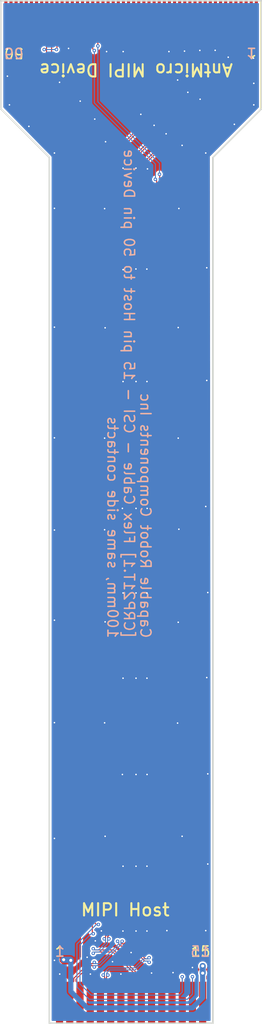
<source format=kicad_pcb>
(kicad_pcb (version 20171130) (host pcbnew "(5.1.9-0-10_14)")

  (general
    (thickness 0.2)
    (drawings 26)
    (tracks 361)
    (zones 0)
    (modules 2)
    (nets 13)
  )

  (page A3)
  (title_block
    (title "Antmicro Alvium flex CSI adapter")
    (rev 1.0.1)
    (comment 2 www.antmicro.com)
    (comment 3 "Antmicro Ltd.")
  )

  (layers
    (0 F.Cu signal)
    (31 B.Cu signal)
    (32 B.Adhes user)
    (33 F.Adhes user)
    (34 B.Paste user)
    (35 F.Paste user)
    (36 B.SilkS user)
    (37 F.SilkS user)
    (38 B.Mask user)
    (39 F.Mask user)
    (40 Dwgs.User user)
    (41 Cmts.User user)
    (42 Eco1.User user)
    (43 Eco2.User user)
    (44 Edge.Cuts user)
    (45 Margin user)
    (46 B.CrtYd user)
    (47 F.CrtYd user)
    (48 B.Fab user hide)
    (49 F.Fab user hide)
  )

  (setup
    (last_trace_width 0.1)
    (user_trace_width 0.1)
    (user_trace_width 0.2)
    (user_trace_width 0.3)
    (user_trace_width 0.5)
    (user_trace_width 1)
    (trace_clearance 0.1)
    (zone_clearance 0.2)
    (zone_45_only no)
    (trace_min 0.1)
    (via_size 0.35)
    (via_drill 0.15)
    (via_min_size 0.35)
    (via_min_drill 0.15)
    (uvia_size 0.35)
    (uvia_drill 0.15)
    (uvias_allowed no)
    (uvia_min_size 0.35)
    (uvia_min_drill 0.15)
    (edge_width 0.15)
    (segment_width 0.35)
    (pcb_text_width 0.3)
    (pcb_text_size 1.5 1.5)
    (mod_edge_width 0.15)
    (mod_text_size 1 1)
    (mod_text_width 0.15)
    (pad_size 0.2999 0.65)
    (pad_drill 0)
    (pad_to_mask_clearance 0.051)
    (solder_mask_min_width 0.25)
    (aux_axis_origin 0 0)
    (grid_origin 148.1 74.66)
    (visible_elements FFFFFF7F)
    (pcbplotparams
      (layerselection 0x010fc_ffffffff)
      (usegerberextensions false)
      (usegerberattributes false)
      (usegerberadvancedattributes false)
      (creategerberjobfile false)
      (excludeedgelayer true)
      (linewidth 0.100000)
      (plotframeref false)
      (viasonmask false)
      (mode 1)
      (useauxorigin false)
      (hpglpennumber 1)
      (hpglpenspeed 20)
      (hpglpendiameter 15.000000)
      (psnegative false)
      (psa4output false)
      (plotreference true)
      (plotvalue true)
      (plotinvisibletext false)
      (padsonsilk false)
      (subtractmaskfromsilk false)
      (outputformat 1)
      (mirror false)
      (drillshape 0)
      (scaleselection 1)
      (outputdirectory "Output/"))
  )

  (net 0 "")
  (net 1 /GND)
  (net 2 /CSI0_D0_P)
  (net 3 /CSI0_D0_N)
  (net 4 /CSI0_D1_P)
  (net 5 /CSI0_D1_N)
  (net 6 /CSI0_CLK_P)
  (net 7 /CSI0_CLK_N)
  (net 8 /SDA)
  (net 9 /SCL)
  (net 10 /IO1)
  (net 11 /3V)
  (net 12 /RST)

  (net_class Default "This is the default net class."
    (clearance 0.1)
    (trace_width 0.1)
    (via_dia 0.35)
    (via_drill 0.15)
    (uvia_dia 0.35)
    (uvia_drill 0.15)
    (diff_pair_width 0.1)
    (diff_pair_gap 0.1)
    (add_net /3V)
    (add_net /CSI0_CLK_N)
    (add_net /CSI0_CLK_P)
    (add_net /CSI0_D0_N)
    (add_net /CSI0_D0_P)
    (add_net /CSI0_D1_N)
    (add_net /CSI0_D1_P)
    (add_net /GND)
    (add_net /IO1)
    (add_net /RST)
    (add_net /SCL)
    (add_net /SDA)
  )

  (module antmicro-alvium-flex-csi-adapter-footprints:WE_687650100002_FLEX (layer F.Cu) (tedit 5E33F533) (tstamp 5FF35CB9)
    (at 150 66.75 180)
    (path /5FE0645A)
    (attr smd)
    (fp_text reference J2 (at 0 -5.25 180 unlocked) (layer F.SilkS) hide
      (effects (font (size 1 1) (thickness 0.15)))
    )
    (fp_text value WE_687650100002_FLEX (at 0 3.65) (layer F.Fab)
      (effects (font (size 1 1) (thickness 0.15)))
    )
    (fp_line (start -12.75 -2) (end -12.75 2) (layer F.CrtYd) (width 0.05))
    (fp_line (start -12.75 2) (end 12.75 2) (layer F.CrtYd) (width 0.05))
    (fp_line (start 12.75 -2) (end 12.75 2) (layer F.CrtYd) (width 0.05))
    (fp_line (start -12.75 -2) (end 12.75 -2) (layer F.CrtYd) (width 0.05))
    (pad 50 smd rect (at 12.25 0 180) (size 0.3 4) (layers F.Cu F.Paste F.Mask))
    (pad 49 smd rect (at 11.75 0 180) (size 0.3 4) (layers F.Cu F.Paste F.Mask))
    (pad 48 smd rect (at 11.25 0 180) (size 0.3 4) (layers F.Cu F.Paste F.Mask)
      (net 11 /3V))
    (pad 47 smd rect (at 10.75 0 180) (size 0.3 4) (layers F.Cu F.Paste F.Mask)
      (net 11 /3V))
    (pad 46 smd rect (at 10.25 0 180) (size 0.3 4) (layers F.Cu F.Paste F.Mask))
    (pad 45 smd rect (at 9.75 0 180) (size 0.3 4) (layers F.Cu F.Paste F.Mask))
    (pad 44 smd rect (at 9.25 0 180) (size 0.3 4) (layers F.Cu F.Paste F.Mask))
    (pad 43 smd rect (at 8.75 0 180) (size 0.3 4) (layers F.Cu F.Paste F.Mask))
    (pad 42 smd rect (at 8.25 0 180) (size 0.3 4) (layers F.Cu F.Paste F.Mask)
      (net 9 /SCL))
    (pad 41 smd rect (at 7.75 0 180) (size 0.3 4) (layers F.Cu F.Paste F.Mask)
      (net 8 /SDA))
    (pad 40 smd rect (at 7.25 0 180) (size 0.3 4) (layers F.Cu F.Paste F.Mask)
      (net 9 /SCL))
    (pad 39 smd rect (at 6.75 0 180) (size 0.3 4) (layers F.Cu F.Paste F.Mask)
      (net 8 /SDA))
    (pad 38 smd rect (at 6.25 0 180) (size 0.3 4) (layers F.Cu F.Paste F.Mask))
    (pad 37 smd rect (at 5.75 0 180) (size 0.3 4) (layers F.Cu F.Paste F.Mask))
    (pad 36 smd rect (at 5.25 0 180) (size 0.3 4) (layers F.Cu F.Paste F.Mask))
    (pad 35 smd rect (at 4.75 0 180) (size 0.3 4) (layers F.Cu F.Paste F.Mask))
    (pad 34 smd rect (at 4.25 0 180) (size 0.3 4) (layers F.Cu F.Paste F.Mask))
    (pad 33 smd rect (at 3.75 0 180) (size 0.3 4) (layers F.Cu F.Paste F.Mask)
      (net 12 /RST))
    (pad 32 smd rect (at 3.25 0 180) (size 0.3 4) (layers F.Cu F.Paste F.Mask)
      (net 10 /IO1))
    (pad 31 smd rect (at 2.75 0 180) (size 0.3 4) (layers F.Cu F.Paste F.Mask))
    (pad 30 smd rect (at 2.25 0 180) (size 0.3 4) (layers F.Cu F.Paste F.Mask)
      (net 1 /GND))
    (pad 29 smd rect (at 1.75 0 180) (size 0.3 4) (layers F.Cu F.Paste F.Mask))
    (pad 28 smd rect (at 1.25 0 180) (size 0.3 4) (layers F.Cu F.Paste F.Mask))
    (pad 27 smd rect (at 0.75 0 180) (size 0.3 4) (layers F.Cu F.Paste F.Mask)
      (net 1 /GND))
    (pad 26 smd rect (at 0.25 0 180) (size 0.3 4) (layers F.Cu F.Paste F.Mask))
    (pad 25 smd rect (at -0.25 0 180) (size 0.3 4) (layers F.Cu F.Paste F.Mask))
    (pad 24 smd rect (at -0.75 0 180) (size 0.3 4) (layers F.Cu F.Paste F.Mask))
    (pad 23 smd rect (at -1.25 0 180) (size 0.3 4) (layers F.Cu F.Paste F.Mask))
    (pad 22 smd rect (at -1.75 0 180) (size 0.3 4) (layers F.Cu F.Paste F.Mask))
    (pad 21 smd rect (at -2.25 0 180) (size 0.3 4) (layers F.Cu F.Paste F.Mask))
    (pad 20 smd rect (at -2.75 0 180) (size 0.3 4) (layers F.Cu F.Paste F.Mask))
    (pad 19 smd rect (at -3.25 0 180) (size 0.3 4) (layers F.Cu F.Paste F.Mask))
    (pad 18 smd rect (at -3.75 0 180) (size 0.3 4) (layers F.Cu F.Paste F.Mask)
      (net 1 /GND))
    (pad 17 smd rect (at -4.25 0 180) (size 0.3 4) (layers F.Cu F.Paste F.Mask))
    (pad 16 smd rect (at -4.75 0 180) (size 0.3 4) (layers F.Cu F.Paste F.Mask))
    (pad 15 smd rect (at -5.25 0 180) (size 0.3 4) (layers F.Cu F.Paste F.Mask)
      (net 1 /GND))
    (pad 14 smd rect (at -5.75 0 180) (size 0.3 4) (layers F.Cu F.Paste F.Mask))
    (pad 13 smd rect (at -6.25 0 180) (size 0.3 4) (layers F.Cu F.Paste F.Mask))
    (pad 12 smd rect (at -6.75 0 180) (size 0.3 4) (layers F.Cu F.Paste F.Mask)
      (net 1 /GND))
    (pad 11 smd rect (at -7.25 0 180) (size 0.3 4) (layers F.Cu F.Paste F.Mask)
      (net 6 /CSI0_CLK_P))
    (pad 10 smd rect (at -7.75 0 180) (size 0.3 4) (layers F.Cu F.Paste F.Mask)
      (net 7 /CSI0_CLK_N))
    (pad 9 smd rect (at -8.25 0 180) (size 0.3 4) (layers F.Cu F.Paste F.Mask)
      (net 1 /GND))
    (pad 8 smd rect (at -8.75 0 180) (size 0.3 4) (layers F.Cu F.Paste F.Mask)
      (net 2 /CSI0_D0_P))
    (pad 7 smd rect (at -9.25 0 180) (size 0.3 4) (layers F.Cu F.Paste F.Mask)
      (net 3 /CSI0_D0_N))
    (pad 6 smd rect (at -9.75 0 180) (size 0.3 4) (layers F.Cu F.Paste F.Mask)
      (net 4 /CSI0_D1_P))
    (pad 5 smd rect (at -10.25 0 180) (size 0.3 4) (layers F.Cu F.Paste F.Mask)
      (net 5 /CSI0_D1_N))
    (pad 4 smd rect (at -10.75 0 180) (size 0.3 4) (layers F.Cu F.Paste F.Mask))
    (pad 3 smd rect (at -11.25 0 180) (size 0.3 4) (layers F.Cu F.Paste F.Mask))
    (pad 2 smd rect (at -11.75 0 180) (size 0.3 4) (layers F.Cu F.Paste F.Mask))
    (pad 1 smd rect (at -12.25 0 180) (size 0.3 4) (layers F.Cu F.Paste F.Mask))
  )

  (module "antmicro-alvium-flex-csi-adapter-footprints:WE_ 686715100001_FLEX" (layer F.Cu) (tedit 5FEB98EF) (tstamp 5FF34F6B)
    (at 150 162.5)
    (path /5FEC557A)
    (attr smd)
    (fp_text reference J1 (at 0 -4.5 unlocked) (layer F.SilkS) hide
      (effects (font (size 1 1) (thickness 0.15)))
    )
    (fp_text value WE_686715100001_FLEX (at 0.5 3.15) (layer F.Fab)
      (effects (font (size 1 1) (thickness 0.15)))
    )
    (fp_line (start -8 -2.05) (end -8 1.95) (layer F.CrtYd) (width 0.05))
    (fp_line (start -8 1.95) (end 8 1.95) (layer F.CrtYd) (width 0.05))
    (fp_line (start 8 -2.05) (end 8 1.95) (layer F.CrtYd) (width 0.05))
    (fp_line (start -8 -2.05) (end 8 -2.05) (layer F.CrtYd) (width 0.05))
    (pad 1 smd rect (at -7 -0.05) (size 0.7 4) (layers F.Cu F.Paste F.Mask)
      (net 1 /GND))
    (pad 2 smd rect (at -6 -0.05) (size 0.7 4) (layers F.Cu F.Paste F.Mask)
      (net 3 /CSI0_D0_N))
    (pad 3 smd rect (at -5 -0.05) (size 0.7 4) (layers F.Cu F.Paste F.Mask)
      (net 2 /CSI0_D0_P))
    (pad 4 smd rect (at -4 -0.05) (size 0.7 4) (layers F.Cu F.Paste F.Mask)
      (net 1 /GND))
    (pad 5 smd rect (at -3 -0.05) (size 0.7 4) (layers F.Cu F.Paste F.Mask)
      (net 5 /CSI0_D1_N))
    (pad 6 smd rect (at -2 -0.05) (size 0.7 4) (layers F.Cu F.Paste F.Mask)
      (net 4 /CSI0_D1_P))
    (pad 7 smd rect (at -1 -0.05) (size 0.7 4) (layers F.Cu F.Paste F.Mask)
      (net 1 /GND))
    (pad 8 smd rect (at 0 -0.05) (size 0.7 4) (layers F.Cu F.Paste F.Mask)
      (net 7 /CSI0_CLK_N))
    (pad 9 smd rect (at 1 -0.05) (size 0.7 4) (layers F.Cu F.Paste F.Mask)
      (net 6 /CSI0_CLK_P))
    (pad 10 smd rect (at 2 -0.05) (size 0.7 4) (layers F.Cu F.Paste F.Mask)
      (net 1 /GND))
    (pad 11 smd rect (at 3 -0.05) (size 0.7 4) (layers F.Cu F.Paste F.Mask)
      (net 12 /RST))
    (pad 12 smd rect (at 4 -0.05) (size 0.7 4) (layers F.Cu F.Paste F.Mask)
      (net 10 /IO1))
    (pad 13 smd rect (at 5 -0.05) (size 0.7 4) (layers F.Cu F.Paste F.Mask)
      (net 9 /SCL))
    (pad 14 smd rect (at 6 -0.05) (size 0.7 4) (layers F.Cu F.Paste F.Mask)
      (net 8 /SDA))
    (pad 15 smd rect (at 7 -0.05) (size 0.7 4) (layers F.Cu F.Paste F.Mask)
      (net 11 /3V))
  )

  (gr_text "MIPI Host" (at 149.425 153.435) (layer F.SilkS)
    (effects (font (size 1.2 1.2) (thickness 0.2)))
  )
  (gr_text "AntMicro MIPI Device" (at 150.475 71.435 180) (layer F.SilkS)
    (effects (font (size 1.2 1.2) (thickness 0.2)))
  )
  (gr_text 1 (at 161.77 69.8 180) (layer B.SilkS) (tstamp 5FF350A4)
    (effects (font (size 1 1) (thickness 0.15)) (justify mirror))
  )
  (gr_text 50 (at 138.52 69.79 180) (layer B.SilkS) (tstamp 5FF3509B)
    (effects (font (size 1 1) (thickness 0.15)) (justify mirror))
  )
  (gr_text "Stiffener \nBOTTOM" (at 150.3 68.5) (layer B.Fab) (tstamp 5F36F47A)
    (effects (font (size 1 1) (thickness 0.15)))
  )
  (gr_text "Capable Robot Components Inc\n[CRP21T.1] Flex Cable - CSI - 15 pin Host to 50 pin Device\n100mm, same side contacts" (at 149.8 127 -90) (layer B.SilkS) (tstamp 5F882C45)
    (effects (font (size 1 1) (thickness 0.15)) (justify left mirror))
  )
  (gr_line (start 137.25 64.85) (end 162.65 64.85) (layer B.Fab) (width 0.2) (tstamp 5F882B53))
  (gr_line (start 137.25 74.054) (end 162.75 74.054) (layer B.Fab) (width 0.2) (tstamp 5F882B52))
  (gr_line (start 162.75 64.7) (end 162.75 75.25) (layer Edge.Cuts) (width 0.15) (tstamp 5F859845))
  (gr_line (start 137.25 64.7) (end 162.75 64.7) (layer Edge.Cuts) (width 0.15) (tstamp 5F859820))
  (gr_text 1 (at 143.03 157.5) (layer B.SilkS) (tstamp 5FF34F9F)
    (effects (font (size 1 1) (thickness 0.15)) (justify mirror))
  )
  (gr_text 15 (at 156.77 157.5) (layer B.SilkS) (tstamp 5F3A7C09)
    (effects (font (size 1 1) (thickness 0.15)) (justify mirror))
  )
  (gr_text 1 (at 161.784 69.798 180) (layer F.SilkS) (tstamp 5F36F4C4)
    (effects (font (size 1 1) (thickness 0.15)))
  )
  (gr_text 50 (at 138.55 69.798 180) (layer F.SilkS) (tstamp 5F36F4C3)
    (effects (font (size 1 1) (thickness 0.15)))
  )
  (gr_line (start 142 156.5) (end 158 156.5) (layer B.Fab) (width 0.15) (tstamp 5F36F479))
  (gr_line (start 155.71 164.5) (end 144.2 164.5) (layer B.Fab) (width 0.15) (tstamp 5F36F478))
  (gr_text 1 (at 143.03 157.5) (layer F.SilkS) (tstamp 5F36F45B)
    (effects (font (size 1 1) (thickness 0.15)))
  )
  (gr_text 15 (at 156.8 157.5) (layer F.SilkS) (tstamp 5F36F45A)
    (effects (font (size 1 1) (thickness 0.15)))
  )
  (gr_line (start 158 80) (end 162.75 75.25) (layer Edge.Cuts) (width 0.15) (tstamp 5F36F410))
  (gr_line (start 137.25 64.7) (end 137.25 75.25) (layer Edge.Cuts) (width 0.15) (tstamp 5F36F3AC))
  (gr_line (start 142 164.5) (end 158 164.5) (layer Edge.Cuts) (width 0.15) (tstamp 5F36F302))
  (gr_line (start 142 164.5) (end 142 80) (layer Edge.Cuts) (width 0.15) (tstamp 5FEC0317))
  (gr_text "Stiffener \nBOTTOM" (at 150.05 160.75) (layer B.Fab) (tstamp 5F36F2B6)
    (effects (font (size 1 1) (thickness 0.15)))
  )
  (gr_line (start 162.702 64.736) (end 162.702 75.286) (layer F.SilkS) (width 0.15) (tstamp 5F36F27D))
  (gr_line (start 158 164.5) (end 158 80) (layer Edge.Cuts) (width 0.15) (tstamp 5F36F24B))
  (gr_line (start 137.25 75.25) (end 142 80) (layer Edge.Cuts) (width 0.15) (tstamp 5F36F24A))

  (via (at 137.8864 69.4172) (size 0.35) (drill 0.15) (layers F.Cu B.Cu) (net 1) (tstamp 5FF33FD6))
  (segment (start 148.95 154.4) (end 148.95 154.93) (width 0.24) (layer F.Cu) (net 1))
  (via (at 152 159.6) (size 0.35) (drill 0.15) (layers F.Cu B.Cu) (net 1) (tstamp 5FF3330A))
  (via (at 143.016 159.7) (size 0.35) (drill 0.15) (layers F.Cu B.Cu) (net 1) (tstamp 5FF33266))
  (segment (start 143.01 162.4715) (end 143.01 159.7) (width 0.3) (layer F.Cu) (net 1) (tstamp 5FF332FC))
  (segment (start 146.01 162.4715) (end 146.01 159.7) (width 0.3) (layer F.Cu) (net 1) (tstamp 5FF33149))
  (via (at 146.016 159.7) (size 0.35) (drill 0.15) (layers F.Cu B.Cu) (net 1) (tstamp 5FF3313E))
  (segment (start 152 162.4715) (end 152 159.7) (width 0.3) (layer F.Cu) (net 1) (tstamp 5FF32F77))
  (via (at 143.88 69.35) (size 0.35) (drill 0.15) (layers F.Cu B.Cu) (net 1) (tstamp 5F36F303))
  (via (at 143 72.66) (size 0.35) (drill 0.15) (layers F.Cu B.Cu) (net 1))
  (via (at 145.02 74.497) (size 0.35) (drill 0.15) (layers F.Cu B.Cu) (net 1))
  (via (at 161.9745 70.306) (size 0.35) (drill 0.15) (layers F.Cu B.Cu) (net 1))
  (via (at 154.9895 78.815) (size 0.35) (drill 0.15) (layers F.Cu B.Cu) (net 1))
  (via (at 153.7 69.66) (size 0.35) (drill 0.15) (layers F.Cu B.Cu) (net 1))
  (via (at 149.211 81.0375) (size 0.35) (drill 0.15) (layers F.Cu B.Cu) (net 1))
  (via (at 151.6 81.11) (size 0.35) (drill 0.15) (layers F.Cu B.Cu) (net 1))
  (via (at 154.672 84.9745) (size 0.35) (drill 0.15) (layers F.Cu B.Cu) (net 1))
  (via (at 154.6085 96.595) (size 0.35) (drill 0.15) (layers F.Cu B.Cu) (net 1))
  (via (at 149.211 90.9435) (size 0.35) (drill 0.15) (layers F.Cu B.Cu) (net 1))
  (via (at 150.47 90.88) (size 0.35) (drill 0.15) (layers F.Cu B.Cu) (net 1))
  (via (at 151.54 90.89) (size 0.35) (drill 0.15) (layers F.Cu B.Cu) (net 1) (tstamp 5FF33E63))
  (via (at 149.211 101.8655) (size 0.35) (drill 0.15) (layers F.Cu B.Cu) (net 1))
  (via (at 150.481 101.8655) (size 0.35) (drill 0.15) (layers F.Cu B.Cu) (net 1))
  (via (at 151.55 101.8655) (size 0.35) (drill 0.15) (layers F.Cu B.Cu) (net 1) (tstamp 5FF33E6A))
  (via (at 154.6085 107.39) (size 0.35) (drill 0.15) (layers F.Cu B.Cu) (net 1))
  (via (at 149.1475 114.248) (size 0.35) (drill 0.15) (layers F.Cu B.Cu) (net 1))
  (via (at 150.481 114.248) (size 0.35) (drill 0.15) (layers F.Cu B.Cu) (net 1))
  (via (at 151.57 114.248) (size 0.35) (drill 0.15) (layers F.Cu B.Cu) (net 1))
  (via (at 154.672 116.28) (size 0.35) (drill 0.15) (layers F.Cu B.Cu) (net 1))
  (via (at 149.211 122.503) (size 0.35) (drill 0.15) (layers F.Cu B.Cu) (net 1))
  (via (at 150.481 122.503) (size 0.35) (drill 0.15) (layers F.Cu B.Cu) (net 1))
  (via (at 151.55 122.503) (size 0.35) (drill 0.15) (layers F.Cu B.Cu) (net 1))
  (via (at 154.6085 125.3605) (size 0.35) (drill 0.15) (layers F.Cu B.Cu) (net 1))
  (via (at 154.545 135.203) (size 0.35) (drill 0.15) (layers F.Cu B.Cu) (net 1))
  (via (at 149.211 130.8215) (size 0.35) (drill 0.15) (layers F.Cu B.Cu) (net 1))
  (via (at 150.481 130.8215) (size 0.35) (drill 0.15) (layers F.Cu B.Cu) (net 1))
  (via (at 151.55 130.82) (size 0.35) (drill 0.15) (layers F.Cu B.Cu) (net 1))
  (via (at 149.1475 140.2195) (size 0.35) (drill 0.15) (layers F.Cu B.Cu) (net 1))
  (via (at 150.481 140.2195) (size 0.35) (drill 0.15) (layers F.Cu B.Cu) (net 1))
  (via (at 151.56 140.2195) (size 0.35) (drill 0.15) (layers F.Cu B.Cu) (net 1))
  (via (at 154.9895 146.252) (size 0.35) (drill 0.15) (layers F.Cu B.Cu) (net 1))
  (via (at 153.5 155.46) (size 0.35) (drill 0.15) (layers F.Cu B.Cu) (net 1))
  (via (at 149.211 149.173) (size 0.35) (drill 0.15) (layers F.Cu B.Cu) (net 1))
  (via (at 150.481 149.173) (size 0.35) (drill 0.15) (layers F.Cu B.Cu) (net 1))
  (via (at 151.55 149.17) (size 0.35) (drill 0.15) (layers F.Cu B.Cu) (net 1))
  (via (at 149.2 155.5) (size 0.35) (drill 0.15) (layers F.Cu B.Cu) (net 1))
  (via (at 150.481 155.5) (size 0.35) (drill 0.15) (layers F.Cu B.Cu) (net 1))
  (via (at 151.55 155.5) (size 0.35) (drill 0.15) (layers F.Cu B.Cu) (net 1))
  (via (at 146.4424 76.2496) (size 0.35) (drill 0.15) (layers F.Cu B.Cu) (net 1))
  (via (at 147.4584 146.252) (size 0.35) (drill 0.15) (layers F.Cu B.Cu) (net 1))
  (via (at 147.4076 135.1776) (size 0.35) (drill 0.15) (layers F.Cu B.Cu) (net 1))
  (via (at 147.4584 125.3224) (size 0.35) (drill 0.15) (layers F.Cu B.Cu) (net 1))
  (via (at 147.4076 116.3308) (size 0.35) (drill 0.15) (layers F.Cu B.Cu) (net 1))
  (via (at 147.4076 107.39) (size 0.35) (drill 0.15) (layers F.Cu B.Cu) (net 1))
  (via (at 147.4584 96.6204) (size 0.35) (drill 0.15) (layers F.Cu B.Cu) (net 1))
  (via (at 147.4076 84.9872) (size 0.35) (drill 0.15) (layers F.Cu B.Cu) (net 1))
  (segment (start 153.723 66.75) (end 153.723 69.467) (width 0.3) (layer F.Cu) (net 1) (tstamp 5F36F2A1) (status 10))
  (segment (start 147.723 66.75) (end 147.723 69.385) (width 0.3) (layer F.Cu) (net 1) (tstamp 5F36F3E4) (status 10))
  (via (at 149 159.7) (size 0.35) (drill 0.15) (layers F.Cu B.Cu) (net 1))
  (segment (start 149.223 69.913) (end 149.223 70.3575) (width 0.5) (layer F.Cu) (net 1) (tstamp 5F37C448))
  (via (at 149.223 69.66) (size 0.35) (drill 0.15) (layers F.Cu B.Cu) (net 1))
  (segment (start 149.223 66.9285) (end 149.223 69.913) (width 0.3) (layer F.Cu) (net 1) (status 10))
  (segment (start 149.223 66.75) (end 149.223 66.9285) (width 0.3) (layer F.Cu) (net 1) (status 30))
  (via (at 147.6 69.66) (size 0.35) (drill 0.15) (layers F.Cu B.Cu) (net 1))
  (segment (start 149 162.4715) (end 149 159.7) (width 0.3) (layer F.Cu) (net 1))
  (segment (start 150.55 144.65) (end 149.45 144.65) (width 0.5) (layer B.Cu) (net 1))
  (segment (start 150.55 144.65) (end 150.55 145.55) (width 0.5) (layer B.Cu) (net 1))
  (segment (start 150.55 144.65) (end 151.45 144.65) (width 0.5) (layer B.Cu) (net 1))
  (via (at 150 157.6) (size 0.35) (drill 0.15) (layers F.Cu B.Cu) (net 1))
  (via (at 147.09 155.49) (size 0.35) (drill 0.15) (layers F.Cu B.Cu) (net 1))
  (via (at 148.18 158.49) (size 0.35) (drill 0.15) (layers F.Cu B.Cu) (net 1))
  (via (at 138.1 74.86) (size 0.35) (drill 0.15) (layers F.Cu B.Cu) (net 1))
  (via (at 140 76.96) (size 0.35) (drill 0.15) (layers F.Cu B.Cu) (net 1))
  (via (at 142.5 79.56) (size 0.35) (drill 0.15) (layers F.Cu B.Cu) (net 1))
  (via (at 137.9 72.06) (size 0.35) (drill 0.15) (layers F.Cu B.Cu) (net 1))
  (via (at 142.5 84.96) (size 0.35) (drill 0.15) (layers F.Cu B.Cu) (net 1))
  (via (at 142.5 96.56) (size 0.35) (drill 0.15) (layers F.Cu B.Cu) (net 1))
  (via (at 142.5 107.36) (size 0.35) (drill 0.15) (layers F.Cu B.Cu) (net 1))
  (via (at 142.5 116.36) (size 0.35) (drill 0.15) (layers F.Cu B.Cu) (net 1))
  (via (at 142.5 125.16) (size 0.35) (drill 0.15) (layers F.Cu B.Cu) (net 1))
  (via (at 142.5 135.16) (size 0.35) (drill 0.15) (layers F.Cu B.Cu) (net 1))
  (via (at 142.5 146.46) (size 0.35) (drill 0.15) (layers F.Cu B.Cu) (net 1))
  (via (at 142.5 158.36) (size 0.35) (drill 0.15) (layers F.Cu B.Cu) (net 1))
  (via (at 145.7 158.06) (size 0.35) (drill 0.15) (layers F.Cu B.Cu) (net 1))
  (via (at 146.5 156.46) (size 0.35) (drill 0.15) (layers F.Cu B.Cu) (net 1))
  (via (at 155.223 69.615) (size 0.35) (drill 0.15) (layers F.Cu B.Cu) (net 1))
  (segment (start 155.223 66.75) (end 155.223 69.615) (width 0.3) (layer F.Cu) (net 1) (tstamp 5F36F2A0) (status 10))
  (via (at 156.723 69.547) (size 0.35) (drill 0.15) (layers F.Cu B.Cu) (net 1))
  (segment (start 156.723 66.75) (end 156.723 69.547) (width 0.3) (layer F.Cu) (net 1) (tstamp 5F36F3FD) (status 10))
  (via (at 158.223 69.53701) (size 0.35) (drill 0.15) (layers F.Cu B.Cu) (net 1))
  (segment (start 158.223 69.877) (end 158.223 69.53701) (width 0.3) (layer F.Cu) (net 1))
  (segment (start 158.223 66.75) (end 158.223 69.53701) (width 0.3) (layer F.Cu) (net 1))
  (via (at 155.55 73.635) (size 0.35) (drill 0.15) (layers F.Cu B.Cu) (net 1))
  (via (at 162 72.76) (size 0.35) (drill 0.15) (layers F.Cu B.Cu) (net 1))
  (via (at 162 74.86) (size 0.35) (drill 0.15) (layers F.Cu B.Cu) (net 1))
  (via (at 160.1 76.76) (size 0.35) (drill 0.15) (layers F.Cu B.Cu) (net 1))
  (via (at 157.3 79.56) (size 0.35) (drill 0.15) (layers F.Cu B.Cu) (net 1))
  (via (at 157.4 90.76) (size 0.35) (drill 0.15) (layers F.Cu B.Cu) (net 1))
  (via (at 157.4 101.76) (size 0.35) (drill 0.15) (layers F.Cu B.Cu) (net 1))
  (via (at 157.3 114.06) (size 0.35) (drill 0.15) (layers F.Cu B.Cu) (net 1))
  (via (at 157.5 122.46) (size 0.35) (drill 0.15) (layers F.Cu B.Cu) (net 1))
  (via (at 157.4 130.76) (size 0.35) (drill 0.15) (layers F.Cu B.Cu) (net 1))
  (via (at 157.5 140.16) (size 0.35) (drill 0.15) (layers F.Cu B.Cu) (net 1))
  (via (at 157.5 148.96) (size 0.35) (drill 0.15) (layers F.Cu B.Cu) (net 1))
  (via (at 154.1 159.56) (size 0.35) (drill 0.15) (layers F.Cu B.Cu) (net 1))
  (via (at 156 159.06) (size 0.35) (drill 0.15) (layers F.Cu B.Cu) (net 1))
  (via (at 157.3 155.46) (size 0.35) (drill 0.15) (layers F.Cu B.Cu) (net 1))
  (via (at 149.125 156.5) (size 0.35) (drill 0.15) (layers F.Cu B.Cu) (net 2))
  (via (at 146.4 159.007818) (size 0.35) (drill 0.15) (layers F.Cu B.Cu) (net 2))
  (segment (start 149 156.625) (end 149.125 156.5) (width 0.1) (layer B.Cu) (net 2))
  (segment (start 149 156.83) (end 149 156.625) (width 0.1) (layer B.Cu) (net 2))
  (segment (start 146.947182 158.882818) (end 149 156.83) (width 0.1) (layer B.Cu) (net 2))
  (segment (start 146.5 158.882818) (end 146.947182 158.882818) (width 0.1) (layer B.Cu) (net 2))
  (segment (start 146.4 159.007818) (end 146.5 158.882818) (width 0.1) (layer B.Cu) (net 2))
  (segment (start 144.6 160.4) (end 145 160.8) (width 0.1) (layer F.Cu) (net 2))
  (segment (start 145.917182 158.882818) (end 144.6 160.2) (width 0.1) (layer F.Cu) (net 2))
  (segment (start 146.4 159.007818) (end 146.275 158.882818) (width 0.1) (layer F.Cu) (net 2))
  (segment (start 146.275 158.882818) (end 145.917182 158.882818) (width 0.1) (layer F.Cu) (net 2))
  (segment (start 145 160.8) (end 145 162.45) (width 0.1) (layer F.Cu) (net 2))
  (segment (start 144.6 160.2) (end 144.6 160.4) (width 0.1) (layer F.Cu) (net 2))
  (via (at 148.675 156.5) (size 0.35) (drill 0.15) (layers F.Cu B.Cu) (net 3))
  (via (at 146.4 158.557818) (size 0.35) (drill 0.15) (layers F.Cu B.Cu) (net 3))
  (segment (start 148.8 156.625) (end 148.675 156.5) (width 0.1) (layer B.Cu) (net 3))
  (segment (start 148.8 156.74) (end 148.8 156.625) (width 0.1) (layer B.Cu) (net 3))
  (segment (start 146.857182 158.682818) (end 148.8 156.74) (width 0.1) (layer B.Cu) (net 3))
  (segment (start 146.5 158.682818) (end 146.857182 158.682818) (width 0.1) (layer B.Cu) (net 3))
  (segment (start 146.4 158.557818) (end 146.5 158.682818) (width 0.1) (layer B.Cu) (net 3))
  (segment (start 144.4 160.11) (end 144.4 160.4) (width 0.1) (layer F.Cu) (net 3))
  (segment (start 145.827182 158.682818) (end 144.4 160.11) (width 0.1) (layer F.Cu) (net 3))
  (segment (start 146.3 158.682818) (end 145.827182 158.682818) (width 0.1) (layer F.Cu) (net 3))
  (segment (start 144.4 160.4) (end 144 160.8) (width 0.1) (layer F.Cu) (net 3))
  (segment (start 144 160.8) (end 144 162.45) (width 0.1) (layer F.Cu) (net 3))
  (segment (start 146.4 158.557818) (end 146.3 158.682818) (width 0.1) (layer F.Cu) (net 3))
  (via (at 147.725 159.8) (size 0.35) (drill 0.15) (layers F.Cu B.Cu) (net 4))
  (via (at 151.769201 158.550436) (size 0.35) (drill 0.15) (layers F.Cu B.Cu) (net 4))
  (segment (start 151.648765 158.43) (end 151.769201 158.550436) (width 0.1) (layer B.Cu) (net 4))
  (segment (start 151.26 158.43) (end 151.648765 158.43) (width 0.1) (layer B.Cu) (net 4))
  (segment (start 147.725 159.8) (end 147.61 159.685) (width 0.1) (layer B.Cu) (net 4))
  (segment (start 150.39 159.3) (end 151.26 158.43) (width 0.1) (layer B.Cu) (net 4))
  (segment (start 147.91 159.3) (end 150.39 159.3) (width 0.1) (layer B.Cu) (net 4))
  (segment (start 147.61 159.6) (end 147.91 159.3) (width 0.1) (layer B.Cu) (net 4))
  (segment (start 147.61 159.685) (end 147.61 159.6) (width 0.1) (layer B.Cu) (net 4))
  (segment (start 148 160.8) (end 147.6 160.4) (width 0.1) (layer F.Cu) (net 4))
  (segment (start 148 162.45) (end 148 160.8) (width 0.1) (layer F.Cu) (net 4))
  (segment (start 147.6 159.925) (end 147.725 159.8) (width 0.1) (layer F.Cu) (net 4))
  (segment (start 147.6 160.4) (end 147.6 159.925) (width 0.1) (layer F.Cu) (net 4))
  (via (at 147.275 159.8) (size 0.35) (drill 0.15) (layers F.Cu B.Cu) (net 5))
  (via (at 151.759998 158.1) (size 0.35) (drill 0.15) (layers F.Cu B.Cu) (net 5))
  (segment (start 151.639998 158.22) (end 151.759998 158.1) (width 0.1) (layer B.Cu) (net 5))
  (segment (start 151.18 158.22) (end 151.639998 158.22) (width 0.1) (layer B.Cu) (net 5))
  (segment (start 150.3 159.1) (end 151.18 158.22) (width 0.1) (layer B.Cu) (net 5))
  (segment (start 147.82 159.1) (end 150.3 159.1) (width 0.1) (layer B.Cu) (net 5))
  (segment (start 147.275 159.8) (end 147.39 159.685) (width 0.1) (layer B.Cu) (net 5))
  (segment (start 147.39 159.53) (end 147.82 159.1) (width 0.1) (layer B.Cu) (net 5))
  (segment (start 147.39 159.685) (end 147.39 159.53) (width 0.1) (layer B.Cu) (net 5))
  (segment (start 147 160.8) (end 147.4 160.4) (width 0.1) (layer F.Cu) (net 5))
  (segment (start 147 162.45) (end 147 160.8) (width 0.1) (layer F.Cu) (net 5))
  (segment (start 147.4 160.4) (end 147.4 159.925) (width 0.1) (layer F.Cu) (net 5))
  (segment (start 147.4 159.925) (end 147.275 159.8) (width 0.1) (layer F.Cu) (net 5))
  (segment (start 151.223 66.75) (end 151.24 66.767) (width 0.1) (layer F.Cu) (net 0))
  (via (at 150.475 81.035) (size 0.35) (drill 0.15) (layers F.Cu B.Cu) (net 1))
  (via (at 153.425 77.685) (size 0.35) (drill 0.15) (layers F.Cu B.Cu) (net 1))
  (via (at 156.75 74.31) (size 0.35) (drill 0.15) (layers F.Cu B.Cu) (net 1))
  (via (at 159.5 70.21) (size 0.35) (drill 0.15) (layers F.Cu B.Cu) (net 1))
  (via (at 152.25 76.86) (size 0.35) (drill 0.15) (layers F.Cu B.Cu) (net 1))
  (via (at 154.55 72.435) (size 0.35) (drill 0.15) (layers F.Cu B.Cu) (net 1))
  (via (at 147.5 78.46) (size 0.35) (drill 0.15) (layers F.Cu B.Cu) (net 1))
  (via (at 150.95 75.785) (size 0.35) (drill 0.15) (layers F.Cu B.Cu) (net 1))
  (segment (start 149 156.68) (end 149 156.625) (width 0.1) (layer F.Cu) (net 2))
  (segment (start 149.07 156.75) (end 149 156.68) (width 0.1) (layer F.Cu) (net 2))
  (segment (start 149.848242 155.058529) (end 149.866731 155.111369) (width 0.1) (layer F.Cu) (net 2))
  (segment (start 149.818457 155.011127) (end 149.848242 155.058529) (width 0.1) (layer F.Cu) (net 2))
  (segment (start 149.778872 154.971542) (end 149.818457 155.011127) (width 0.1) (layer F.Cu) (net 2))
  (segment (start 149.454415 154.892242) (end 149.507255 154.910731) (width 0.1) (layer F.Cu) (net 2))
  (segment (start 149.367428 154.822872) (end 149.407013 154.862457) (width 0.1) (layer F.Cu) (net 2))
  (segment (start 149.312886 154.667) (end 149.319154 154.72263) (width 0.1) (layer F.Cu) (net 2))
  (segment (start 149.319154 154.611369) (end 149.312886 154.667) (width 0.1) (layer F.Cu) (net 2))
  (segment (start 149.337643 154.558529) (end 149.319154 154.611369) (width 0.1) (layer F.Cu) (net 2))
  (segment (start 149.367428 154.511127) (end 149.337643 154.558529) (width 0.1) (layer F.Cu) (net 2))
  (segment (start 149.873 154.167) (end 149.866731 154.22263) (width 0.1) (layer F.Cu) (net 2))
  (segment (start 149.337643 154.77547) (end 149.367428 154.822872) (width 0.1) (layer F.Cu) (net 2))
  (segment (start 149.407013 154.862457) (end 149.454415 154.892242) (width 0.1) (layer F.Cu) (net 2))
  (segment (start 149.67863 154.410731) (end 149.623 154.417) (width 0.1) (layer F.Cu) (net 2))
  (segment (start 149.507255 154.423268) (end 149.454415 154.441757) (width 0.1) (layer F.Cu) (net 2))
  (segment (start 149.67863 154.923268) (end 149.73147 154.941757) (width 0.1) (layer F.Cu) (net 2))
  (segment (start 149.623 154.917) (end 149.67863 154.923268) (width 0.1) (layer F.Cu) (net 2))
  (segment (start 149.562886 154.417) (end 149.507255 154.423268) (width 0.1) (layer F.Cu) (net 2))
  (segment (start 149.3 156.75) (end 149.07 156.75) (width 0.1) (layer F.Cu) (net 2))
  (segment (start 149.873 156.177) (end 149.3 156.75) (width 0.1) (layer F.Cu) (net 2))
  (segment (start 149.873 155.167) (end 149.873 156.177) (width 0.1) (layer F.Cu) (net 2))
  (segment (start 149.454415 154.441757) (end 149.407013 154.471542) (width 0.1) (layer F.Cu) (net 2))
  (segment (start 149.73147 154.941757) (end 149.778872 154.971542) (width 0.1) (layer F.Cu) (net 2))
  (segment (start 149.623 154.417) (end 149.562886 154.417) (width 0.1) (layer F.Cu) (net 2))
  (segment (start 158.75 66.75) (end 158.75 69.750001) (width 0.1) (layer F.Cu) (net 2))
  (segment (start 149.407013 154.471542) (end 149.367428 154.511127) (width 0.1) (layer F.Cu) (net 2))
  (segment (start 149.319154 154.72263) (end 149.337643 154.77547) (width 0.1) (layer F.Cu) (net 2))
  (segment (start 149.866731 154.22263) (end 149.848242 154.27547) (width 0.1) (layer F.Cu) (net 2))
  (segment (start 149.562886 154.917) (end 149.623 154.917) (width 0.1) (layer F.Cu) (net 2))
  (segment (start 149.507255 154.910731) (end 149.562886 154.917) (width 0.1) (layer F.Cu) (net 2))
  (segment (start 158.9 71.26) (end 149.873 80.287) (width 0.1) (layer F.Cu) (net 2))
  (segment (start 158.9 69.900001) (end 158.9 71.26) (width 0.1) (layer F.Cu) (net 2))
  (segment (start 149.848242 154.27547) (end 149.818457 154.322872) (width 0.1) (layer F.Cu) (net 2))
  (segment (start 149.873 80.287) (end 149.873 154.167) (width 0.1) (layer F.Cu) (net 2))
  (segment (start 158.75 69.750001) (end 158.9 69.900001) (width 0.1) (layer F.Cu) (net 2))
  (segment (start 149.73147 154.392242) (end 149.67863 154.410731) (width 0.1) (layer F.Cu) (net 2))
  (segment (start 149 156.625) (end 149.125 156.5) (width 0.1) (layer F.Cu) (net 2))
  (segment (start 149.778872 154.362457) (end 149.73147 154.392242) (width 0.1) (layer F.Cu) (net 2))
  (segment (start 149.866731 155.111369) (end 149.873 155.167) (width 0.1) (layer F.Cu) (net 2))
  (segment (start 149.818457 154.322872) (end 149.778872 154.362457) (width 0.1) (layer F.Cu) (net 2))
  (segment (start 148.8 156.625) (end 148.675 156.5) (width 0.1) (layer F.Cu) (net 3))
  (segment (start 149.38 156.96) (end 148.99 156.96) (width 0.1) (layer F.Cu) (net 3))
  (segment (start 150.073 156.267) (end 149.38 156.96) (width 0.1) (layer F.Cu) (net 3))
  (segment (start 150.073 80.387) (end 150.073 156.267) (width 0.1) (layer F.Cu) (net 3))
  (segment (start 148.8 156.77) (end 148.8 156.625) (width 0.1) (layer F.Cu) (net 3))
  (segment (start 159.1 71.36) (end 150.073 80.387) (width 0.1) (layer F.Cu) (net 3))
  (segment (start 159.25 66.75) (end 159.25 69.750001) (width 0.1) (layer F.Cu) (net 3))
  (segment (start 159.1 69.900001) (end 159.1 71.36) (width 0.1) (layer F.Cu) (net 3))
  (segment (start 148.99 156.96) (end 148.8 156.77) (width 0.1) (layer F.Cu) (net 3))
  (segment (start 159.25 69.750001) (end 159.1 69.900001) (width 0.1) (layer F.Cu) (net 3))
  (segment (start 150.873 80.845578) (end 150.873 157.973) (width 0.1) (layer F.Cu) (net 4))
  (segment (start 159.9 71.818578) (end 150.873 80.845578) (width 0.1) (layer F.Cu) (net 4))
  (segment (start 159.9 69.900001) (end 159.9 71.818578) (width 0.1) (layer F.Cu) (net 4))
  (segment (start 150.873 157.973) (end 151.33 158.43) (width 0.1) (layer F.Cu) (net 4))
  (segment (start 159.75 69.750001) (end 159.9 69.900001) (width 0.1) (layer F.Cu) (net 4))
  (segment (start 151.648765 158.43) (end 151.769201 158.550436) (width 0.1) (layer F.Cu) (net 4))
  (segment (start 159.75 66.75) (end 159.75 69.750001) (width 0.1) (layer F.Cu) (net 4))
  (segment (start 151.33 158.43) (end 151.648765 158.43) (width 0.1) (layer F.Cu) (net 4))
  (segment (start 151.100271 157.910271) (end 151.41 158.22) (width 0.1) (layer F.Cu) (net 5))
  (segment (start 151.41 158.22) (end 151.639998 158.22) (width 0.1) (layer F.Cu) (net 5))
  (segment (start 151.100271 80.901151) (end 151.100271 157.910271) (width 0.1) (layer F.Cu) (net 5))
  (segment (start 160.1 71.901422) (end 151.100271 80.901151) (width 0.1) (layer F.Cu) (net 5))
  (segment (start 160.1 69.900001) (end 160.1 71.901422) (width 0.1) (layer F.Cu) (net 5))
  (segment (start 151.639998 158.22) (end 151.759998 158.1) (width 0.1) (layer F.Cu) (net 5))
  (segment (start 160.25 69.750001) (end 160.1 69.900001) (width 0.1) (layer F.Cu) (net 5))
  (segment (start 160.25 66.75) (end 160.25 69.750001) (width 0.1) (layer F.Cu) (net 5))
  (via (at 147.377165 156.26) (size 0.35) (drill 0.15) (layers F.Cu B.Cu) (net 6))
  (via (at 146.3 157.221981) (size 0.35) (drill 0.15) (layers F.Cu B.Cu) (net 6))
  (segment (start 146.425 157.346981) (end 146.3 157.221981) (width 0.1) (layer F.Cu) (net 6))
  (segment (start 148.298403 157.346981) (end 146.425 157.346981) (width 0.1) (layer F.Cu) (net 6))
  (segment (start 150.6 160.4) (end 150.6 159.648578) (width 0.1) (layer F.Cu) (net 6))
  (segment (start 151 160.8) (end 150.6 160.4) (width 0.1) (layer F.Cu) (net 6))
  (segment (start 150.6 159.648578) (end 148.298403 157.346981) (width 0.1) (layer F.Cu) (net 6))
  (segment (start 151 162.45) (end 151 160.8) (width 0.1) (layer F.Cu) (net 6))
  (segment (start 146.425 157.346981) (end 146.3 157.221981) (width 0.1) (layer B.Cu) (net 6))
  (segment (start 146.813019 157.346981) (end 146.425 157.346981) (width 0.1) (layer B.Cu) (net 6))
  (segment (start 147.5 156.66) (end 146.813019 157.346981) (width 0.1) (layer B.Cu) (net 6))
  (segment (start 147.5 156.382835) (end 147.5 156.66) (width 0.1) (layer B.Cu) (net 6))
  (segment (start 147.377165 156.26) (end 147.5 156.382835) (width 0.1) (layer B.Cu) (net 6))
  (segment (start 147.502165 156.157835) (end 147.377165 156.26) (width 0.1) (layer F.Cu) (net 6))
  (segment (start 157.4 70.468578) (end 148.373 79.495578) (width 0.1) (layer F.Cu) (net 6))
  (segment (start 148.373 155.095578) (end 147.502165 155.966413) (width 0.1) (layer F.Cu) (net 6))
  (segment (start 148.373 79.495578) (end 148.373 155.095578) (width 0.1) (layer F.Cu) (net 6))
  (segment (start 147.502165 155.966413) (end 147.502165 156.157835) (width 0.1) (layer F.Cu) (net 6))
  (segment (start 157.4 69.900001) (end 157.4 70.468578) (width 0.1) (layer F.Cu) (net 6))
  (segment (start 157.25 69.750001) (end 157.4 69.900001) (width 0.1) (layer F.Cu) (net 6))
  (segment (start 157.25 66.75) (end 157.25 69.750001) (width 0.1) (layer F.Cu) (net 6))
  (via (at 147.827165 156.26) (size 0.35) (drill 0.15) (layers F.Cu B.Cu) (net 7))
  (via (at 146.3 157.671981) (size 0.35) (drill 0.15) (layers F.Cu B.Cu) (net 7))
  (segment (start 148.215559 157.546981) (end 146.425 157.546981) (width 0.1) (layer F.Cu) (net 7))
  (segment (start 150.4 159.731422) (end 148.215559 157.546981) (width 0.1) (layer F.Cu) (net 7))
  (segment (start 150.4 160.4) (end 150.4 159.731422) (width 0.1) (layer F.Cu) (net 7))
  (segment (start 146.425 157.546981) (end 146.3 157.671981) (width 0.1) (layer F.Cu) (net 7))
  (segment (start 150 160.8) (end 150.4 160.4) (width 0.1) (layer F.Cu) (net 7))
  (segment (start 150 162.45) (end 150 160.8) (width 0.1) (layer F.Cu) (net 7))
  (segment (start 146.903019 157.546981) (end 146.425 157.546981) (width 0.1) (layer B.Cu) (net 7))
  (segment (start 147.702165 156.747835) (end 146.903019 157.546981) (width 0.1) (layer B.Cu) (net 7))
  (segment (start 146.425 157.546981) (end 146.3 157.671981) (width 0.1) (layer B.Cu) (net 7))
  (segment (start 147.702165 156.385) (end 147.702165 156.747835) (width 0.1) (layer B.Cu) (net 7))
  (segment (start 147.827165 156.26) (end 147.702165 156.385) (width 0.1) (layer B.Cu) (net 7))
  (segment (start 147.702165 156.135) (end 147.827165 156.26) (width 0.1) (layer F.Cu) (net 7))
  (segment (start 147.702165 156.049257) (end 147.702165 156.135) (width 0.1) (layer F.Cu) (net 7))
  (segment (start 148.573 155.178422) (end 147.702165 156.049257) (width 0.1) (layer F.Cu) (net 7))
  (segment (start 157.6 70.551422) (end 148.573 79.578422) (width 0.1) (layer F.Cu) (net 7))
  (segment (start 157.75 69.750001) (end 157.6 69.900001) (width 0.1) (layer F.Cu) (net 7))
  (segment (start 157.75 66.75) (end 157.75 69.750001) (width 0.1) (layer F.Cu) (net 7))
  (segment (start 148.573 79.578422) (end 148.573 155.178422) (width 0.1) (layer F.Cu) (net 7))
  (segment (start 157.6 69.900001) (end 157.6 70.551422) (width 0.1) (layer F.Cu) (net 7))
  (via (at 156 159.96) (size 0.35) (drill 0.15) (layers F.Cu B.Cu) (net 8))
  (segment (start 156 160.35) (end 156 159.96) (width 0.1) (layer F.Cu) (net 8))
  (segment (start 156 162.45) (end 156 160.35) (width 0.1) (layer F.Cu) (net 8))
  (segment (start 156 161.66) (end 156 159.96) (width 0.1) (layer B.Cu) (net 8))
  (segment (start 144.7 156.76) (end 144.7 160.96) (width 0.1) (layer B.Cu) (net 8))
  (segment (start 146.8 154.86) (end 146.6 154.86) (width 0.1) (layer B.Cu) (net 8))
  (segment (start 145.9 162.16) (end 155.5 162.16) (width 0.1) (layer B.Cu) (net 8))
  (segment (start 144.7 160.96) (end 145.9 162.16) (width 0.1) (layer B.Cu) (net 8))
  (segment (start 146.6 154.86) (end 144.7 156.76) (width 0.1) (layer B.Cu) (net 8))
  (segment (start 146.402 77.166) (end 142.223 72.987) (width 0.1) (layer F.Cu) (net 8))
  (segment (start 146.402 154.662) (end 146.402 77.166) (width 0.1) (layer F.Cu) (net 8))
  (segment (start 146.6 154.86) (end 146.402 154.662) (width 0.1) (layer F.Cu) (net 8))
  (segment (start 155.5 162.16) (end 156 161.66) (width 0.1) (layer B.Cu) (net 8))
  (segment (start 146.8 154.86) (end 146.6 154.86) (width 0.1) (layer F.Cu) (net 8))
  (via (at 146.8 154.86) (size 0.35) (drill 0.15) (layers F.Cu B.Cu) (net 8))
  (segment (start 143.25 66.75) (end 143.25 69.71) (width 0.1) (layer F.Cu) (net 8))
  (segment (start 142.923 70.037) (end 142.223 70.037) (width 0.1) (layer F.Cu) (net 8))
  (segment (start 143.25 69.71) (end 142.923 70.037) (width 0.1) (layer F.Cu) (net 8))
  (segment (start 142.223 70.037) (end 142.223 66.75) (width 0.1) (layer F.Cu) (net 8))
  (segment (start 142.223 72.987) (end 142.223 70.037) (width 0.1) (layer F.Cu) (net 8))
  (segment (start 155 162.45) (end 155 159.96) (width 0.1) (layer F.Cu) (net 9))
  (via (at 155 159.96) (size 0.35) (drill 0.15) (layers F.Cu B.Cu) (net 9))
  (segment (start 155 161.46) (end 155 159.96) (width 0.1) (layer B.Cu) (net 9))
  (segment (start 154.7 161.76) (end 155 161.46) (width 0.1) (layer B.Cu) (net 9))
  (segment (start 145 160.66) (end 146.1 161.76) (width 0.1) (layer B.Cu) (net 9))
  (segment (start 146.1 161.76) (end 154.7 161.76) (width 0.1) (layer B.Cu) (net 9))
  (segment (start 145 156.86) (end 145 160.66) (width 0.1) (layer B.Cu) (net 9))
  (segment (start 146.3 155.76) (end 146.1 155.76) (width 0.1) (layer B.Cu) (net 9))
  (segment (start 146.1 155.76) (end 145 156.86) (width 0.1) (layer B.Cu) (net 9))
  (via (at 146.3 155.76) (size 0.35) (drill 0.15) (layers F.Cu B.Cu) (net 9))
  (segment (start 146.202 155.662) (end 146.3 155.76) (width 0.1) (layer F.Cu) (net 9))
  (segment (start 146.202 77.256) (end 146.202 155.662) (width 0.1) (layer F.Cu) (net 9))
  (segment (start 141.723 72.777) (end 146.202 77.256) (width 0.1) (layer F.Cu) (net 9))
  (segment (start 142.75 66.75) (end 142.75 69.31) (width 0.1) (layer F.Cu) (net 9))
  (via (at 142.7 69.46) (size 0.35) (drill 0.15) (layers F.Cu B.Cu) (net 9))
  (segment (start 142.7 69.36) (end 142.7 69.46) (width 0.1) (layer F.Cu) (net 9))
  (segment (start 142.75 69.31) (end 142.7 69.36) (width 0.1) (layer F.Cu) (net 9))
  (segment (start 142.7 69.46) (end 141.6 69.46) (width 0.1) (layer B.Cu) (net 9))
  (via (at 141.5 69.46) (size 0.35) (drill 0.15) (layers F.Cu B.Cu) (net 9))
  (segment (start 141.6 69.46) (end 141.5 69.46) (width 0.1) (layer B.Cu) (net 9))
  (segment (start 141.7 69.46) (end 141.723 69.437) (width 0.1) (layer F.Cu) (net 9))
  (segment (start 141.5 69.46) (end 141.7 69.46) (width 0.1) (layer F.Cu) (net 9))
  (segment (start 141.723 69.437) (end 141.723 72.777) (width 0.1) (layer F.Cu) (net 9))
  (segment (start 141.723 66.75) (end 141.723 69.437) (width 0.1) (layer F.Cu) (net 9))
  (segment (start 146.75 66.75) (end 146.75 69.11) (width 0.1) (layer F.Cu) (net 10))
  (via (at 146.75 69.11) (size 0.35) (drill 0.15) (layers F.Cu B.Cu) (net 10))
  (segment (start 146.85 69.11) (end 146.75 69.11) (width 0.1) (layer B.Cu) (net 10))
  (segment (start 146.75 69.11) (end 146.75 74.56) (width 0.1) (layer B.Cu) (net 10))
  (via (at 152.775 81.635) (size 0.35) (drill 0.15) (layers F.Cu B.Cu) (net 10))
  (segment (start 152.775 80.585) (end 152.775 81.635) (width 0.1) (layer B.Cu) (net 10))
  (segment (start 146.75 74.56) (end 152.775 80.585) (width 0.1) (layer B.Cu) (net 10))
  (segment (start 154 160.46) (end 154 162.45) (width 0.1) (layer F.Cu) (net 10))
  (segment (start 153.3 156.76) (end 153.3 159.76) (width 0.1) (layer F.Cu) (net 10))
  (segment (start 153.3 159.76) (end 154 160.46) (width 0.1) (layer F.Cu) (net 10))
  (segment (start 152.8 156.26) (end 153.3 156.76) (width 0.1) (layer F.Cu) (net 10))
  (segment (start 152.8 81.66) (end 152.8 156.26) (width 0.1) (layer F.Cu) (net 10))
  (segment (start 152.775 81.635) (end 152.8 81.66) (width 0.1) (layer F.Cu) (net 10))
  (via (at 143.4 158.3) (size 0.5) (drill 0.3) (layers F.Cu B.Cu) (net 11) (tstamp 5FF33F62))
  (via (at 157 158.91) (size 0.5) (drill 0.3) (layers F.Cu B.Cu) (net 11) (tstamp 5FF331A2))
  (segment (start 138.723 66.75) (end 138.723 70.977) (width 0.3) (layer F.Cu) (net 11))
  (segment (start 139.223 66.75) (end 139.223 70.077) (width 0.3) (layer F.Cu) (net 11))
  (segment (start 157 162.45) (end 157 159.61) (width 0.3) (layer F.Cu) (net 11))
  (via (at 157 159.61) (size 0.5) (drill 0.3) (layers F.Cu B.Cu) (net 11))
  (segment (start 157 158.91) (end 157 159.61) (width 0.6) (layer B.Cu) (net 11))
  (segment (start 144.1 161.4) (end 144.1 158.36) (width 0.5) (layer B.Cu) (net 11))
  (segment (start 156 163) (end 145.7 163) (width 0.5) (layer B.Cu) (net 11))
  (segment (start 145.7 163) (end 144.1 161.4) (width 0.5) (layer B.Cu) (net 11))
  (segment (start 157 159.61) (end 157 162) (width 0.5) (layer B.Cu) (net 11))
  (segment (start 144.04 158.3) (end 144.1 158.36) (width 0.6) (layer B.Cu) (net 11))
  (segment (start 157 162) (end 156 163) (width 0.5) (layer B.Cu) (net 11))
  (segment (start 143.4 158.3) (end 144.04 158.3) (width 0.6) (layer B.Cu) (net 11))
  (via (at 144.1 158.36) (size 0.5) (drill 0.3) (layers F.Cu B.Cu) (net 11))
  (segment (start 152.5 156.36) (end 153 156.86) (width 0.1) (layer F.Cu) (net 12))
  (segment (start 153 156.86) (end 153 162.45) (width 0.1) (layer F.Cu) (net 12))
  (segment (start 152.5 85) (end 152.5 156.36) (width 0.1) (layer F.Cu) (net 12))
  (via (at 146.4 69.559994) (size 0.35) (drill 0.15) (layers F.Cu B.Cu) (net 12))
  (segment (start 146.25 66.75) (end 146.25 69.409994) (width 0.1) (layer F.Cu) (net 12))
  (segment (start 146.25 69.409994) (end 146.4 69.559994) (width 0.1) (layer F.Cu) (net 12))
  (via (at 152.375 82.135) (size 0.35) (drill 0.15) (layers F.Cu B.Cu) (net 12))
  (segment (start 152.5 82.26) (end 152.375 82.135) (width 0.1) (layer F.Cu) (net 12))
  (segment (start 152.5 85) (end 152.5 82.26) (width 0.1) (layer F.Cu) (net 12))
  (segment (start 146.4 69.559994) (end 146.4 74.66) (width 0.1) (layer B.Cu) (net 12))
  (segment (start 152.375 80.635) (end 152.375 82.135) (width 0.1) (layer B.Cu) (net 12))
  (segment (start 146.4 74.66) (end 152.375 80.635) (width 0.1) (layer B.Cu) (net 12))

  (zone (net 1) (net_name /GND) (layer F.Cu) (tstamp 5FF34EE9) (hatch edge 0.508)
    (connect_pads no (clearance 0.2))
    (min_thickness 0.254)
    (fill yes (arc_segments 32) (thermal_gap 0.508) (thermal_bridge_width 0.508))
    (polygon
      (pts
        (xy 162.5 75.1) (xy 157.7 79.9) (xy 157.8 164.3) (xy 142.2 164.3) (xy 142.2 79.9)
        (xy 137.5 75.1) (xy 137.5 64.9) (xy 162.5 64.9)
      )
    )
    (filled_polygon
      (pts
        (xy 162.035897 69.072268) (xy 162.1 69.078582) (xy 162.348 69.078582) (xy 162.348001 75.072393) (xy 157.610197 79.810197)
        (xy 157.594403 79.829443) (xy 157.582667 79.851399) (xy 157.57544 79.875224) (xy 157.573 79.90015) (xy 157.598001 101.000847)
        (xy 157.598 160.236736) (xy 157.582343 160.217657) (xy 157.53255 160.176794) (xy 157.477 160.147102) (xy 157.477 159.934692)
        (xy 157.511331 159.883312) (xy 157.554826 159.778305) (xy 157.577 159.66683) (xy 157.577 159.55317) (xy 157.554826 159.441695)
        (xy 157.511331 159.336688) (xy 157.460089 159.26) (xy 157.511331 159.183312) (xy 157.554826 159.078305) (xy 157.577 158.96683)
        (xy 157.577 158.85317) (xy 157.554826 158.741695) (xy 157.511331 158.636688) (xy 157.448185 158.542184) (xy 157.367816 158.461815)
        (xy 157.273312 158.398669) (xy 157.168305 158.355174) (xy 157.05683 158.333) (xy 156.94317 158.333) (xy 156.831695 158.355174)
        (xy 156.726688 158.398669) (xy 156.632184 158.461815) (xy 156.551815 158.542184) (xy 156.488669 158.636688) (xy 156.445174 158.741695)
        (xy 156.423 158.85317) (xy 156.423 158.96683) (xy 156.445174 159.078305) (xy 156.488669 159.183312) (xy 156.539911 159.26)
        (xy 156.488669 159.336688) (xy 156.445174 159.441695) (xy 156.423 159.55317) (xy 156.423 159.66683) (xy 156.429417 159.699092)
        (xy 156.389929 159.639994) (xy 156.320006 159.570071) (xy 156.237786 159.515133) (xy 156.146428 159.477292) (xy 156.049443 159.458)
        (xy 155.950557 159.458) (xy 155.853572 159.477292) (xy 155.762214 159.515133) (xy 155.679994 159.570071) (xy 155.610071 159.639994)
        (xy 155.555133 159.722214) (xy 155.517292 159.813572) (xy 155.5 159.900503) (xy 155.482708 159.813572) (xy 155.444867 159.722214)
        (xy 155.389929 159.639994) (xy 155.320006 159.570071) (xy 155.237786 159.515133) (xy 155.146428 159.477292) (xy 155.049443 159.458)
        (xy 154.950557 159.458) (xy 154.853572 159.477292) (xy 154.762214 159.515133) (xy 154.679994 159.570071) (xy 154.610071 159.639994)
        (xy 154.555133 159.722214) (xy 154.517292 159.813572) (xy 154.498 159.910557) (xy 154.498 160.009443) (xy 154.517292 160.106428)
        (xy 154.532789 160.143842) (xy 154.524257 160.14643) (xy 154.5 160.159396) (xy 154.475743 160.14643) (xy 154.414103 160.127732)
        (xy 154.35 160.121418) (xy 154.194576 160.121418) (xy 153.677 159.603842) (xy 153.677 156.778519) (xy 153.678824 156.76)
        (xy 153.671545 156.686094) (xy 153.649988 156.61503) (xy 153.628581 156.574981) (xy 153.614981 156.549537) (xy 153.598439 156.52938)
        (xy 153.579674 156.506515) (xy 153.579672 156.506513) (xy 153.567869 156.492131) (xy 153.553488 156.480329) (xy 153.177 156.103842)
        (xy 153.177 81.936941) (xy 153.219867 81.872786) (xy 153.257708 81.781428) (xy 153.277 81.684443) (xy 153.277 81.585557)
        (xy 153.257708 81.488572) (xy 153.219867 81.397214) (xy 153.164929 81.314994) (xy 153.095006 81.245071) (xy 153.012786 81.190133)
        (xy 152.921428 81.152292) (xy 152.824443 81.133) (xy 152.725557 81.133) (xy 152.628572 81.152292) (xy 152.537214 81.190133)
        (xy 152.454994 81.245071) (xy 152.385071 81.314994) (xy 152.330133 81.397214) (xy 152.292292 81.488572) (xy 152.273 81.585557)
        (xy 152.273 81.643454) (xy 152.228572 81.652292) (xy 152.137214 81.690133) (xy 152.054994 81.745071) (xy 151.985071 81.814994)
        (xy 151.930133 81.897214) (xy 151.892292 81.988572) (xy 151.873 82.085557) (xy 151.873 82.184443) (xy 151.892292 82.281428)
        (xy 151.930133 82.372786) (xy 151.985071 82.455006) (xy 152.054994 82.524929) (xy 152.123001 82.57037) (xy 152.123 84.981481)
        (xy 152.123 84.981482) (xy 152.123001 156.341478) (xy 152.121177 156.36) (xy 152.128455 156.433905) (xy 152.150012 156.504969)
        (xy 152.18502 156.570463) (xy 152.220326 156.613484) (xy 152.220329 156.613487) (xy 152.232132 156.627869) (xy 152.246514 156.639672)
        (xy 152.623 157.016159) (xy 152.623001 159.875903) (xy 152.59418 159.860498) (xy 152.474482 159.824188) (xy 152.35 159.811928)
        (xy 151.65 159.811928) (xy 151.525518 159.824188) (xy 151.40582 159.860498) (xy 151.295506 159.919463) (xy 151.198815 159.998815)
        (xy 151.119463 160.095506) (xy 151.105613 160.121418) (xy 150.977 160.121418) (xy 150.977 159.667097) (xy 150.978824 159.648578)
        (xy 150.971545 159.574672) (xy 150.949988 159.503608) (xy 150.92134 159.450012) (xy 150.914981 159.438115) (xy 150.90108 159.421177)
        (xy 150.879674 159.395093) (xy 150.879672 159.395091) (xy 150.867869 159.380709) (xy 150.853487 159.368906) (xy 148.578077 157.093497)
        (xy 148.566272 157.079112) (xy 148.508866 157.032) (xy 148.443373 156.996993) (xy 148.372308 156.975436) (xy 148.316922 156.969981)
        (xy 148.316915 156.969981) (xy 148.298403 156.968158) (xy 148.279891 156.969981) (xy 146.735369 156.969981) (xy 146.689929 156.901975)
        (xy 146.620006 156.832052) (xy 146.537786 156.777114) (xy 146.446428 156.739273) (xy 146.349443 156.719981) (xy 146.250557 156.719981)
        (xy 146.153572 156.739273) (xy 146.062214 156.777114) (xy 145.979994 156.832052) (xy 145.910071 156.901975) (xy 145.855133 156.984195)
        (xy 145.817292 157.075553) (xy 145.798 157.172538) (xy 145.798 157.271424) (xy 145.817292 157.368409) (xy 145.849837 157.446981)
        (xy 145.817292 157.525553) (xy 145.798 157.622538) (xy 145.798 157.721424) (xy 145.817292 157.818409) (xy 145.855133 157.909767)
        (xy 145.910071 157.991987) (xy 145.979994 158.06191) (xy 146.062214 158.116848) (xy 146.120346 158.140927) (xy 146.079994 158.167889)
        (xy 146.010071 158.237812) (xy 145.964631 158.305818) (xy 145.84569 158.305818) (xy 145.827181 158.303995) (xy 145.808672 158.305818)
        (xy 145.808663 158.305818) (xy 145.753277 158.311273) (xy 145.682212 158.33283) (xy 145.616719 158.367837) (xy 145.559313 158.414949)
        (xy 145.54751 158.429331) (xy 144.146519 159.830323) (xy 144.132131 159.842131) (xy 144.085019 159.899538) (xy 144.059956 159.946428)
        (xy 144.050012 159.965031) (xy 144.028455 160.036095) (xy 144.027698 160.043779) (xy 144.023 160.091482) (xy 144.023 160.091488)
        (xy 144.021177 160.11) (xy 144.022301 160.121418) (xy 143.894387 160.121418) (xy 143.880537 160.095506) (xy 143.801185 159.998815)
        (xy 143.704494 159.919463) (xy 143.59418 159.860498) (xy 143.474482 159.824188) (xy 143.35 159.811928) (xy 142.65 159.811928)
        (xy 142.525518 159.824188) (xy 142.40582 159.860498) (xy 142.402 159.86254) (xy 142.402 80.019739) (xy 142.403944 79.999999)
        (xy 142.402 79.98026) (xy 142.402 79.980253) (xy 142.396183 79.921194) (xy 142.373197 79.845417) (xy 142.335868 79.77558)
        (xy 142.285632 79.714368) (xy 142.27029 79.701777) (xy 138.111615 75.543102) (xy 137.652 75.073708) (xy 137.652 69.078582)
        (xy 137.9 69.078582) (xy 137.964103 69.072268) (xy 138 69.061379) (xy 138.035897 69.072268) (xy 138.1 69.078582)
        (xy 138.173 69.078582) (xy 138.173 74.16) (xy 138.179283 74.223795) (xy 138.197891 74.285137) (xy 138.228109 74.341671)
        (xy 138.268776 74.391224) (xy 142.673 78.795448) (xy 142.673 158.46) (xy 142.679283 158.523795) (xy 142.697891 158.585137)
        (xy 142.728109 158.641671) (xy 142.768776 158.691224) (xy 143.068776 158.991224) (xy 143.118329 159.031891) (xy 143.174863 159.062109)
        (xy 143.236205 159.080717) (xy 143.3 159.087) (xy 144.4 159.087) (xy 144.463795 159.080717) (xy 144.525137 159.062109)
        (xy 144.581671 159.031891) (xy 144.631224 158.991224) (xy 145.331224 158.291224) (xy 145.371891 158.241671) (xy 145.402109 158.185137)
        (xy 145.420717 158.123795) (xy 145.427 158.06) (xy 145.427 156.229736) (xy 145.802325 155.831187) (xy 145.817292 155.906428)
        (xy 145.855133 155.997786) (xy 145.910071 156.080006) (xy 145.979994 156.149929) (xy 146.062214 156.204867) (xy 146.153572 156.242708)
        (xy 146.250557 156.262) (xy 146.349443 156.262) (xy 146.446428 156.242708) (xy 146.537786 156.204867) (xy 146.620006 156.149929)
        (xy 146.689929 156.080006) (xy 146.744867 155.997786) (xy 146.782708 155.906428) (xy 146.802 155.809443) (xy 146.802 155.710557)
        (xy 146.782708 155.613572) (xy 146.744867 155.522214) (xy 146.689929 155.439994) (xy 146.620006 155.370071) (xy 146.579 155.342671)
        (xy 146.579 155.31182) (xy 146.653572 155.342708) (xy 146.750557 155.362) (xy 146.849443 155.362) (xy 146.946428 155.342708)
        (xy 147.037786 155.304867) (xy 147.120006 155.249929) (xy 147.189929 155.180006) (xy 147.244867 155.097786) (xy 147.282708 155.006428)
        (xy 147.302 154.909443) (xy 147.302 154.810557) (xy 147.282708 154.713572) (xy 147.244867 154.622214) (xy 147.189929 154.539994)
        (xy 147.120006 154.470071) (xy 147.037786 154.415133) (xy 146.946428 154.377292) (xy 146.849443 154.358) (xy 146.779 154.358)
        (xy 146.779 77.184508) (xy 146.780823 77.165999) (xy 146.779 77.14749) (xy 146.779 77.147481) (xy 146.773545 77.092095)
        (xy 146.751988 77.02103) (xy 146.716981 76.955537) (xy 146.669869 76.898131) (xy 146.655481 76.886323) (xy 142.6 72.830842)
        (xy 142.6 70.414) (xy 142.904488 70.414) (xy 142.923 70.415823) (xy 142.941512 70.414) (xy 142.941519 70.414)
        (xy 142.996905 70.408545) (xy 143.06797 70.386988) (xy 143.133463 70.351981) (xy 143.190869 70.304869) (xy 143.202676 70.290482)
        (xy 143.503486 69.989673) (xy 143.517869 69.977869) (xy 143.530893 69.962) (xy 143.56498 69.920464) (xy 143.575919 69.9)
        (xy 143.599988 69.85497) (xy 143.608613 69.826537) (xy 143.621545 69.783906) (xy 143.628824 69.71) (xy 143.627 69.691481)
        (xy 143.627 69.078582) (xy 143.9 69.078582) (xy 143.964103 69.072268) (xy 144 69.061379) (xy 144.035897 69.072268)
        (xy 144.1 69.078582) (xy 144.4 69.078582) (xy 144.464103 69.072268) (xy 144.5 69.061379) (xy 144.535897 69.072268)
        (xy 144.6 69.078582) (xy 144.9 69.078582) (xy 144.964103 69.072268) (xy 145 69.061379) (xy 145.035897 69.072268)
        (xy 145.1 69.078582) (xy 145.4 69.078582) (xy 145.464103 69.072268) (xy 145.5 69.061379) (xy 145.535897 69.072268)
        (xy 145.6 69.078582) (xy 145.873001 69.078582) (xy 145.873001 69.391472) (xy 145.871177 69.409994) (xy 145.878455 69.483899)
        (xy 145.898 69.54833) (xy 145.898 69.609437) (xy 145.917292 69.706422) (xy 145.955133 69.79778) (xy 146.010071 69.88)
        (xy 146.079994 69.949923) (xy 146.162214 70.004861) (xy 146.253572 70.042702) (xy 146.350557 70.061994) (xy 146.449443 70.061994)
        (xy 146.546428 70.042702) (xy 146.637786 70.004861) (xy 146.720006 69.949923) (xy 146.789929 69.88) (xy 146.844867 69.79778)
        (xy 146.882708 69.706422) (xy 146.902 69.609437) (xy 146.902 69.5904) (xy 146.987786 69.554867) (xy 147.070006 69.499929)
        (xy 147.139929 69.430006) (xy 147.194867 69.347786) (xy 147.228502 69.266582) (xy 147.245506 69.280537) (xy 147.35582 69.339502)
        (xy 147.475518 69.375812) (xy 147.6 69.388072) (xy 147.9 69.388072) (xy 148.024482 69.375812) (xy 148.14418 69.339502)
        (xy 148.254494 69.280537) (xy 148.351185 69.201185) (xy 148.430537 69.104494) (xy 148.446854 69.073967) (xy 148.464103 69.072268)
        (xy 148.5 69.061379) (xy 148.535897 69.072268) (xy 148.553146 69.073967) (xy 148.569463 69.104494) (xy 148.648815 69.201185)
        (xy 148.745506 69.280537) (xy 148.85582 69.339502) (xy 148.975518 69.375812) (xy 149.1 69.388072) (xy 149.4 69.388072)
        (xy 149.524482 69.375812) (xy 149.64418 69.339502) (xy 149.754494 69.280537) (xy 149.851185 69.201185) (xy 149.930537 69.104494)
        (xy 149.946854 69.073967) (xy 149.964103 69.072268) (xy 150 69.061379) (xy 150.035897 69.072268) (xy 150.1 69.078582)
        (xy 150.4 69.078582) (xy 150.464103 69.072268) (xy 150.5 69.061379) (xy 150.535897 69.072268) (xy 150.6 69.078582)
        (xy 150.9 69.078582) (xy 150.964103 69.072268) (xy 151 69.061379) (xy 151.035897 69.072268) (xy 151.1 69.078582)
        (xy 151.4 69.078582) (xy 151.464103 69.072268) (xy 151.5 69.061379) (xy 151.535897 69.072268) (xy 151.6 69.078582)
        (xy 151.9 69.078582) (xy 151.964103 69.072268) (xy 152 69.061379) (xy 152.035897 69.072268) (xy 152.1 69.078582)
        (xy 152.4 69.078582) (xy 152.464103 69.072268) (xy 152.5 69.061379) (xy 152.535897 69.072268) (xy 152.6 69.078582)
        (xy 152.9 69.078582) (xy 152.964103 69.072268) (xy 153 69.061379) (xy 153.035897 69.072268) (xy 153.053146 69.073967)
        (xy 153.069463 69.104494) (xy 153.148815 69.201185) (xy 153.245506 69.280537) (xy 153.35582 69.339502) (xy 153.475518 69.375812)
        (xy 153.6 69.388072) (xy 153.9 69.388072) (xy 154.024482 69.375812) (xy 154.14418 69.339502) (xy 154.254494 69.280537)
        (xy 154.351185 69.201185) (xy 154.430537 69.104494) (xy 154.446854 69.073967) (xy 154.464103 69.072268) (xy 154.5 69.061379)
        (xy 154.535897 69.072268) (xy 154.553146 69.073967) (xy 154.569463 69.104494) (xy 154.648815 69.201185) (xy 154.745506 69.280537)
        (xy 154.85582 69.339502) (xy 154.975518 69.375812) (xy 155.1 69.388072) (xy 155.4 69.388072) (xy 155.524482 69.375812)
        (xy 155.64418 69.339502) (xy 155.754494 69.280537) (xy 155.851185 69.201185) (xy 155.930537 69.104494) (xy 155.946854 69.073967)
        (xy 155.964103 69.072268) (xy 156 69.061379) (xy 156.035897 69.072268) (xy 156.053146 69.073967) (xy 156.069463 69.104494)
        (xy 156.148815 69.201185) (xy 156.245506 69.280537) (xy 156.35582 69.339502) (xy 156.475518 69.375812) (xy 156.6 69.388072)
        (xy 156.873001 69.388072) (xy 156.873001 69.731479) (xy 156.871177 69.750001) (xy 156.878455 69.823906) (xy 156.900012 69.89497)
        (xy 156.93502 69.960464) (xy 156.970326 70.003485) (xy 156.970329 70.003488) (xy 156.982132 70.01787) (xy 156.996514 70.029673)
        (xy 157.023 70.056159) (xy 157.023001 70.312418) (xy 148.119519 79.215901) (xy 148.105131 79.227709) (xy 148.058019 79.285116)
        (xy 148.023012 79.350609) (xy 148.001455 79.421674) (xy 147.996 79.47706) (xy 147.996 79.477066) (xy 147.994177 79.495578)
        (xy 147.996 79.51409) (xy 147.996001 154.939418) (xy 147.248684 155.686736) (xy 147.234296 155.698544) (xy 147.187184 155.755951)
        (xy 147.166257 155.795103) (xy 147.160149 155.80653) (xy 147.139379 155.815133) (xy 147.057159 155.870071) (xy 146.987236 155.939994)
        (xy 146.932298 156.022214) (xy 146.894457 156.113572) (xy 146.875165 156.210557) (xy 146.875165 156.309443) (xy 146.894457 156.406428)
        (xy 146.932298 156.497786) (xy 146.987236 156.580006) (xy 147.057159 156.649929) (xy 147.139379 156.704867) (xy 147.230737 156.742708)
        (xy 147.327722 156.762) (xy 147.426608 156.762) (xy 147.523593 156.742708) (xy 147.602165 156.710163) (xy 147.680737 156.742708)
        (xy 147.777722 156.762) (xy 147.876608 156.762) (xy 147.973593 156.742708) (xy 148.064951 156.704867) (xy 148.147171 156.649929)
        (xy 148.185387 156.611713) (xy 148.192292 156.646428) (xy 148.230133 156.737786) (xy 148.285071 156.820006) (xy 148.354994 156.889929)
        (xy 148.437214 156.944867) (xy 148.474176 156.960177) (xy 148.485019 156.980462) (xy 148.532131 157.037869) (xy 148.546519 157.049677)
        (xy 148.710323 157.213481) (xy 148.722131 157.227869) (xy 148.779537 157.274981) (xy 148.84503 157.309988) (xy 148.916094 157.331545)
        (xy 148.99 157.338824) (xy 149.008519 157.337) (xy 149.361488 157.337) (xy 149.38 157.338823) (xy 149.398512 157.337)
        (xy 149.398519 157.337) (xy 149.453905 157.331545) (xy 149.52497 157.309988) (xy 149.590463 157.274981) (xy 149.647869 157.227869)
        (xy 149.659677 157.213481) (xy 150.326487 156.546672) (xy 150.340869 156.534869) (xy 150.35842 156.513484) (xy 150.38798 156.477464)
        (xy 150.390465 156.472816) (xy 150.422988 156.41197) (xy 150.434809 156.373) (xy 150.444545 156.340906) (xy 150.447587 156.310019)
        (xy 150.45 156.285519) (xy 150.45 156.285512) (xy 150.451823 156.267) (xy 150.45 156.248488) (xy 150.45 80.543158)
        (xy 159.353487 71.639672) (xy 159.367869 71.627869) (xy 159.414981 71.570463) (xy 159.449988 71.50497) (xy 159.460455 71.470464)
        (xy 159.471545 71.433906) (xy 159.478824 71.36) (xy 159.477 71.341481) (xy 159.477 70.056159) (xy 159.5 70.033159)
        (xy 159.523 70.056159) (xy 159.523001 71.662418) (xy 150.619519 80.565901) (xy 150.605131 80.577709) (xy 150.558019 80.635116)
        (xy 150.547461 80.654869) (xy 150.523012 80.700609) (xy 150.505438 80.758545) (xy 150.501455 80.771674) (xy 150.496 80.82706)
        (xy 150.496 80.827066) (xy 150.494177 80.845578) (xy 150.496 80.86409) (xy 150.496001 157.954478) (xy 150.494177 157.973)
        (xy 150.501455 158.046905) (xy 150.523012 158.117969) (xy 150.55802 158.183463) (xy 150.593326 158.226484) (xy 150.593329 158.226487)
        (xy 150.605132 158.240869) (xy 150.619514 158.252672) (xy 151.050328 158.683487) (xy 151.062131 158.697869) (xy 151.119537 158.744981)
        (xy 151.166404 158.770032) (xy 151.18503 158.779988) (xy 151.256094 158.801545) (xy 151.33 158.808824) (xy 151.3376 158.808075)
        (xy 151.379272 158.870442) (xy 151.449195 158.940365) (xy 151.531415 158.995303) (xy 151.622773 159.033144) (xy 151.719758 159.052436)
        (xy 151.818644 159.052436) (xy 151.915629 159.033144) (xy 152.006987 158.995303) (xy 152.089207 158.940365) (xy 152.15913 158.870442)
        (xy 152.214068 158.788222) (xy 152.251909 158.696864) (xy 152.271201 158.599879) (xy 152.271201 158.500993) (xy 152.251909 158.404008)
        (xy 152.214672 158.314109) (xy 152.242706 158.246428) (xy 152.261998 158.149443) (xy 152.261998 158.050557) (xy 152.242706 157.953572)
        (xy 152.204865 157.862214) (xy 152.149927 157.779994) (xy 152.080004 157.710071) (xy 151.997784 157.655133) (xy 151.906426 157.617292)
        (xy 151.809441 157.598) (xy 151.710555 157.598) (xy 151.61357 157.617292) (xy 151.522212 157.655133) (xy 151.477271 157.685162)
        (xy 151.477271 81.057309) (xy 160.353487 72.181094) (xy 160.367869 72.169291) (xy 160.414981 72.111885) (xy 160.449988 72.046392)
        (xy 160.471545 71.975327) (xy 160.477 71.919941) (xy 160.478824 71.901422) (xy 160.477 71.882903) (xy 160.477 70.056159)
        (xy 160.503481 70.029678) (xy 160.517869 70.01787) (xy 160.564981 69.960464) (xy 160.599988 69.894971) (xy 160.621545 69.823906)
        (xy 160.627 69.76852) (xy 160.627 69.768511) (xy 160.628823 69.750002) (xy 160.627 69.731493) (xy 160.627 69.078582)
        (xy 160.9 69.078582) (xy 160.964103 69.072268) (xy 161 69.061379) (xy 161.035897 69.072268) (xy 161.1 69.078582)
        (xy 161.4 69.078582) (xy 161.464103 69.072268) (xy 161.5 69.061379) (xy 161.535897 69.072268) (xy 161.6 69.078582)
        (xy 161.9 69.078582) (xy 161.964103 69.072268) (xy 162 69.061379)
      )
    )
    (filled_polygon
      (pts
        (xy 150.023001 159.887582) (xy 150.023 160.121418) (xy 149.894387 160.121418) (xy 149.880537 160.095506) (xy 149.801185 159.998815)
        (xy 149.704494 159.919463) (xy 149.59418 159.860498) (xy 149.474482 159.824188) (xy 149.35 159.811928) (xy 148.65 159.811928)
        (xy 148.525518 159.824188) (xy 148.40582 159.860498) (xy 148.295506 159.919463) (xy 148.198815 159.998815) (xy 148.172959 160.03032)
        (xy 148.207708 159.946428) (xy 148.227 159.849443) (xy 148.227 159.750557) (xy 148.207708 159.653572) (xy 148.169867 159.562214)
        (xy 148.114929 159.479994) (xy 148.045006 159.410071) (xy 147.962786 159.355133) (xy 147.871428 159.317292) (xy 147.774443 159.298)
        (xy 147.675557 159.298) (xy 147.578572 159.317292) (xy 147.5 159.349837) (xy 147.421428 159.317292) (xy 147.324443 159.298)
        (xy 147.225557 159.298) (xy 147.128572 159.317292) (xy 147.037214 159.355133) (xy 146.954994 159.410071) (xy 146.885071 159.479994)
        (xy 146.830133 159.562214) (xy 146.792292 159.653572) (xy 146.773 159.750557) (xy 146.773 159.849443) (xy 146.792292 159.946428)
        (xy 146.827041 160.03032) (xy 146.801185 159.998815) (xy 146.704494 159.919463) (xy 146.59418 159.860498) (xy 146.474482 159.824188)
        (xy 146.35 159.811928) (xy 145.65 159.811928) (xy 145.525518 159.824188) (xy 145.501765 159.831393) (xy 146.008174 159.324985)
        (xy 146.010071 159.327824) (xy 146.079994 159.397747) (xy 146.162214 159.452685) (xy 146.253572 159.490526) (xy 146.350557 159.509818)
        (xy 146.449443 159.509818) (xy 146.546428 159.490526) (xy 146.637786 159.452685) (xy 146.720006 159.397747) (xy 146.789929 159.327824)
        (xy 146.844867 159.245604) (xy 146.882708 159.154246) (xy 146.902 159.057261) (xy 146.902 158.958375) (xy 146.882708 158.86139)
        (xy 146.850163 158.782818) (xy 146.882708 158.704246) (xy 146.902 158.607261) (xy 146.902 158.508375) (xy 146.882708 158.41139)
        (xy 146.844867 158.320032) (xy 146.789929 158.237812) (xy 146.720006 158.167889) (xy 146.637786 158.112951) (xy 146.579654 158.088872)
        (xy 146.620006 158.06191) (xy 146.689929 157.991987) (xy 146.735369 157.923981) (xy 148.059401 157.923981)
      )
    )
    (filled_polygon
      (pts
        (xy 148.951566 154.806506) (xy 148.95822 154.83767) (xy 148.967679 154.859628) (xy 148.97743 154.887498) (xy 148.983728 154.910568)
        (xy 148.997949 154.939067) (xy 149.011356 154.967938) (xy 149.025463 154.98724) (xy 149.04118 155.012254) (xy 149.052448 155.033335)
        (xy 149.07264 155.057939) (xy 149.092154 155.083124) (xy 149.110194 155.098796) (xy 149.131089 155.119691) (xy 149.146761 155.137731)
        (xy 149.171931 155.157233) (xy 149.19655 155.177437) (xy 149.217631 155.188705) (xy 149.242642 155.204421) (xy 149.261947 155.218529)
        (xy 149.290818 155.231936) (xy 149.319317 155.246157) (xy 149.342387 155.252455) (xy 149.370259 155.262207) (xy 149.39221 155.271663)
        (xy 149.423371 155.278318) (xy 149.454303 155.285835) (xy 149.478177 155.28684) (xy 149.486425 155.28777) (xy 149.488981 155.288545)
        (xy 149.496 155.289236) (xy 149.496001 156.020841) (xy 149.422086 156.094756) (xy 149.362786 156.055133) (xy 149.271428 156.017292)
        (xy 149.174443 155.998) (xy 149.075557 155.998) (xy 148.978572 156.017292) (xy 148.9 156.049837) (xy 148.821428 156.017292)
        (xy 148.724443 155.998) (xy 148.625557 155.998) (xy 148.528572 156.017292) (xy 148.437214 156.055133) (xy 148.354994 156.110071)
        (xy 148.316778 156.148287) (xy 148.309873 156.113572) (xy 148.272032 156.022214) (xy 148.26816 156.01642) (xy 148.826487 155.458094)
        (xy 148.840869 155.446291) (xy 148.887981 155.388885) (xy 148.922988 155.323392) (xy 148.944545 155.252328) (xy 148.951824 155.178422)
        (xy 148.95 155.159903) (xy 148.95 154.800065)
      )
    )
    (filled_polygon
      (pts
        (xy 158.373001 69.731479) (xy 158.371177 69.750001) (xy 158.378455 69.823906) (xy 158.400012 69.89497) (xy 158.43502 69.960464)
        (xy 158.470326 70.003485) (xy 158.470329 70.003488) (xy 158.482132 70.01787) (xy 158.496514 70.029673) (xy 158.523 70.056159)
        (xy 158.523001 71.10384) (xy 149.619519 80.007323) (xy 149.605131 80.019131) (xy 149.558019 80.076538) (xy 149.527563 80.133516)
        (xy 149.523012 80.142031) (xy 149.512545 80.176538) (xy 149.501455 80.213096) (xy 149.496 80.268482) (xy 149.496 80.268488)
        (xy 149.494177 80.287) (xy 149.496 80.305512) (xy 149.496001 154.044764) (xy 149.488981 154.045455) (xy 149.486429 154.046229)
        (xy 149.478179 154.047159) (xy 149.454303 154.048164) (xy 149.423371 154.055681) (xy 149.392216 154.062334) (xy 149.370256 154.071793)
        (xy 149.342387 154.081544) (xy 149.319317 154.087842) (xy 149.290818 154.102063) (xy 149.261947 154.11547) (xy 149.242642 154.129578)
        (xy 149.217631 154.145294) (xy 149.19655 154.156562) (xy 149.171931 154.176766) (xy 149.146761 154.196268) (xy 149.131089 154.214308)
        (xy 149.110194 154.235203) (xy 149.092154 154.250875) (xy 149.072652 154.276045) (xy 149.052448 154.300664) (xy 149.04118 154.321745)
        (xy 149.025463 154.346759) (xy 149.011356 154.366061) (xy 148.997949 154.394932) (xy 148.983728 154.423431) (xy 148.97743 154.446501)
        (xy 148.967679 154.47437) (xy 148.95822 154.49633) (xy 148.951567 154.527485) (xy 148.95 154.533934) (xy 148.95 79.73458)
        (xy 157.853487 70.831094) (xy 157.867869 70.819291) (xy 157.914981 70.761885) (xy 157.949988 70.696392) (xy 157.971545 70.625327)
        (xy 157.977 70.569941) (xy 157.978824 70.551422) (xy 157.977 70.532903) (xy 157.977 70.056159) (xy 158.003481 70.029678)
        (xy 158.017869 70.01787) (xy 158.064981 69.960464) (xy 158.099988 69.894971) (xy 158.121545 69.823906) (xy 158.127 69.76852)
        (xy 158.127 69.768511) (xy 158.128823 69.750002) (xy 158.127 69.731493) (xy 158.127 69.388072) (xy 158.373001 69.388072)
      )
    )
  )
  (zone (net 11) (net_name /3V) (layer F.Cu) (tstamp 5FF34EE6) (hatch edge 0.508)
    (priority 1)
    (connect_pads no (clearance 0.2))
    (min_thickness 0.254)
    (fill yes (arc_segments 32) (thermal_gap 0.508) (thermal_bridge_width 0.508))
    (polygon
      (pts
        (xy 141.602 68.966) (xy 141.592 73.006) (xy 146 77.3) (xy 146.102 155.036) (xy 145.1 156.1)
        (xy 145.1 158.06) (xy 144.4 158.76) (xy 143.3 158.76) (xy 143 158.46) (xy 143 78.66)
        (xy 138.5 74.16) (xy 138.5 71.8) (xy 138.5 68.966)
      )
    )
    (filled_polygon
      (pts
        (xy 141.110071 69.139994) (xy 141.055133 69.222214) (xy 141.017292 69.313572) (xy 140.998 69.410557) (xy 140.998 69.509443)
        (xy 141.017292 69.606428) (xy 141.055133 69.697786) (xy 141.110071 69.780006) (xy 141.179994 69.849929) (xy 141.262214 69.904867)
        (xy 141.346 69.939572) (xy 141.346001 72.758478) (xy 141.344177 72.777) (xy 141.351455 72.850905) (xy 141.373012 72.921969)
        (xy 141.40802 72.987463) (xy 141.443326 73.030484) (xy 141.443329 73.030487) (xy 141.455132 73.044869) (xy 141.469514 73.056672)
        (xy 141.482931 73.070089) (xy 141.486229 73.076296) (xy 141.503381 73.096971) (xy 141.752083 73.339241) (xy 145.825 77.412159)
        (xy 145.825001 155.144894) (xy 145.007544 156.012932) (xy 144.992334 156.032642) (xy 144.981262 156.054941) (xy 144.974753 156.078971)
        (xy 144.973 156.1) (xy 144.973 158.007394) (xy 144.347394 158.633) (xy 143.352606 158.633) (xy 143.127 158.407394)
        (xy 143.127 78.66) (xy 143.12456 78.635224) (xy 143.117333 78.611399) (xy 143.105597 78.589443) (xy 143.089803 78.570197)
        (xy 138.627 74.107394) (xy 138.627 69.388072) (xy 138.9 69.388072) (xy 139 69.378223) (xy 139.1 69.388072)
        (xy 139.4 69.388072) (xy 139.524482 69.375812) (xy 139.64418 69.339502) (xy 139.754494 69.280537) (xy 139.851185 69.201185)
        (xy 139.930537 69.104494) (xy 139.936681 69.093) (xy 141.157065 69.093)
      )
    )
  )
  (zone (net 1) (net_name /GND) (layer B.Cu) (tstamp 5FF35B61) (hatch edge 0.508)
    (connect_pads yes (clearance 0.15))
    (min_thickness 0.15)
    (fill yes (arc_segments 32) (thermal_gap 0.508) (thermal_bridge_width 0.508))
    (polygon
      (pts
        (xy 162.5 75.1) (xy 157.7 79.9) (xy 157.8 164.3) (xy 142.2 164.3) (xy 142.2 79.9)
        (xy 137.5 75.1) (xy 137.5 64.86) (xy 162.5 64.9)
      )
    )
    (filled_polygon
      (pts
        (xy 162.425 75.068934) (xy 157.646967 79.846967) (xy 157.63764 79.858332) (xy 157.630709 79.871299) (xy 157.626441 79.885368)
        (xy 157.625 79.900089) (xy 157.7 143.20032) (xy 157.7 164.2) (xy 142.3 164.2) (xy 142.3 158.3)
        (xy 142.87246 158.3) (xy 142.882597 158.402918) (xy 142.912617 158.501881) (xy 142.961367 158.593086) (xy 143.026973 158.673027)
        (xy 143.106914 158.738633) (xy 143.198119 158.787383) (xy 143.297082 158.817403) (xy 143.374212 158.825) (xy 143.625001 158.825)
        (xy 143.625 161.376668) (xy 143.622702 161.4) (xy 143.628217 161.455998) (xy 143.631873 161.493115) (xy 143.659034 161.582653)
        (xy 143.703141 161.665173) (xy 143.762499 161.737501) (xy 143.780634 161.752384) (xy 145.347625 163.319377) (xy 145.362499 163.337501)
        (xy 145.434827 163.396859) (xy 145.517344 163.440965) (xy 145.517346 163.440966) (xy 145.606884 163.468127) (xy 145.7 163.477298)
        (xy 145.723332 163.475) (xy 155.976668 163.475) (xy 156 163.477298) (xy 156.023332 163.475) (xy 156.093116 163.468127)
        (xy 156.182654 163.440966) (xy 156.265173 163.396859) (xy 156.337501 163.337501) (xy 156.352384 163.319366) (xy 157.319377 162.352375)
        (xy 157.337501 162.337501) (xy 157.396859 162.265173) (xy 157.440966 162.182654) (xy 157.468127 162.093116) (xy 157.475 162.023332)
        (xy 157.477298 162) (xy 157.475 161.976668) (xy 157.475 159.835048) (xy 157.487383 159.811881) (xy 157.517403 159.712918)
        (xy 157.525 159.635788) (xy 157.525 158.884212) (xy 157.517403 158.807082) (xy 157.487383 158.708119) (xy 157.438633 158.616914)
        (xy 157.373027 158.536973) (xy 157.293086 158.471367) (xy 157.20188 158.422617) (xy 157.102917 158.392597) (xy 157 158.38246)
        (xy 156.897082 158.392597) (xy 156.798119 158.422617) (xy 156.706914 158.471367) (xy 156.626973 158.536973) (xy 156.561367 158.616914)
        (xy 156.512617 158.70812) (xy 156.482597 158.807083) (xy 156.475 158.884213) (xy 156.475 159.635788) (xy 156.482598 159.712918)
        (xy 156.512618 159.811881) (xy 156.525 159.835046) (xy 156.525001 161.803247) (xy 155.80325 162.525) (xy 145.896752 162.525)
        (xy 145.778774 162.407022) (xy 145.794253 162.415296) (xy 145.830366 162.42625) (xy 145.84609 162.43102) (xy 145.899999 162.43633)
        (xy 145.913502 162.435) (xy 155.486497 162.435) (xy 155.5 162.43633) (xy 155.553909 162.43102) (xy 155.605747 162.415296)
        (xy 155.653521 162.38976) (xy 155.695395 162.355395) (xy 155.704008 162.3449) (xy 156.184905 161.864004) (xy 156.195395 161.855395)
        (xy 156.22976 161.813521) (xy 156.255296 161.765747) (xy 156.27102 161.713909) (xy 156.275 161.673503) (xy 156.275 161.673502)
        (xy 156.27633 161.66) (xy 156.275 161.646497) (xy 156.275 160.250685) (xy 156.3107 160.214985) (xy 156.354475 160.149471)
        (xy 156.384628 160.076676) (xy 156.4 159.999397) (xy 156.4 159.920603) (xy 156.384628 159.843324) (xy 156.354475 159.770529)
        (xy 156.3107 159.705015) (xy 156.254985 159.6493) (xy 156.189471 159.605525) (xy 156.116676 159.575372) (xy 156.039397 159.56)
        (xy 155.960603 159.56) (xy 155.883324 159.575372) (xy 155.810529 159.605525) (xy 155.745015 159.6493) (xy 155.6893 159.705015)
        (xy 155.645525 159.770529) (xy 155.615372 159.843324) (xy 155.6 159.920603) (xy 155.6 159.999397) (xy 155.615372 160.076676)
        (xy 155.645525 160.149471) (xy 155.6893 160.214985) (xy 155.725001 160.250686) (xy 155.725 161.546091) (xy 155.386092 161.885)
        (xy 154.963908 161.885) (xy 155.184905 161.664004) (xy 155.195395 161.655395) (xy 155.22976 161.613521) (xy 155.255296 161.565747)
        (xy 155.27102 161.513909) (xy 155.275 161.473503) (xy 155.275 161.473502) (xy 155.27633 161.460001) (xy 155.275 161.446498)
        (xy 155.275 160.250685) (xy 155.3107 160.214985) (xy 155.354475 160.149471) (xy 155.384628 160.076676) (xy 155.4 159.999397)
        (xy 155.4 159.920603) (xy 155.384628 159.843324) (xy 155.354475 159.770529) (xy 155.3107 159.705015) (xy 155.254985 159.6493)
        (xy 155.189471 159.605525) (xy 155.116676 159.575372) (xy 155.039397 159.56) (xy 154.960603 159.56) (xy 154.883324 159.575372)
        (xy 154.810529 159.605525) (xy 154.745015 159.6493) (xy 154.6893 159.705015) (xy 154.645525 159.770529) (xy 154.615372 159.843324)
        (xy 154.6 159.920603) (xy 154.6 159.999397) (xy 154.615372 160.076676) (xy 154.645525 160.149471) (xy 154.6893 160.214985)
        (xy 154.725001 160.250686) (xy 154.725 161.346091) (xy 154.586092 161.485) (xy 146.213909 161.485) (xy 145.275 160.546092)
        (xy 145.275 159.760603) (xy 146.875 159.760603) (xy 146.875 159.839397) (xy 146.890372 159.916676) (xy 146.920525 159.989471)
        (xy 146.9643 160.054985) (xy 147.020015 160.1107) (xy 147.085529 160.154475) (xy 147.158324 160.184628) (xy 147.235603 160.2)
        (xy 147.314397 160.2) (xy 147.391676 160.184628) (xy 147.464471 160.154475) (xy 147.5 160.130735) (xy 147.535529 160.154475)
        (xy 147.608324 160.184628) (xy 147.685603 160.2) (xy 147.764397 160.2) (xy 147.841676 160.184628) (xy 147.914471 160.154475)
        (xy 147.979985 160.1107) (xy 148.0357 160.054985) (xy 148.079475 159.989471) (xy 148.109628 159.916676) (xy 148.125 159.839397)
        (xy 148.125 159.760603) (xy 148.109628 159.683324) (xy 148.079475 159.610529) (xy 148.055735 159.575) (xy 150.376497 159.575)
        (xy 150.39 159.57633) (xy 150.443909 159.57102) (xy 150.495747 159.555296) (xy 150.543521 159.52976) (xy 150.585395 159.495395)
        (xy 150.594008 159.4849) (xy 151.373909 158.705) (xy 151.400267 158.705) (xy 151.414726 158.739907) (xy 151.458501 158.805421)
        (xy 151.514216 158.861136) (xy 151.57973 158.904911) (xy 151.652525 158.935064) (xy 151.729804 158.950436) (xy 151.808598 158.950436)
        (xy 151.885877 158.935064) (xy 151.958672 158.904911) (xy 152.024186 158.861136) (xy 152.079901 158.805421) (xy 152.123676 158.739907)
        (xy 152.153829 158.667112) (xy 152.169201 158.589833) (xy 152.169201 158.511039) (xy 152.153829 158.43376) (xy 152.123676 158.360965)
        (xy 152.095189 158.318331) (xy 152.114473 158.289471) (xy 152.144626 158.216676) (xy 152.159998 158.139397) (xy 152.159998 158.060603)
        (xy 152.144626 157.983324) (xy 152.114473 157.910529) (xy 152.070698 157.845015) (xy 152.014983 157.7893) (xy 151.949469 157.745525)
        (xy 151.876674 157.715372) (xy 151.799395 157.7) (xy 151.720601 157.7) (xy 151.643322 157.715372) (xy 151.570527 157.745525)
        (xy 151.505013 157.7893) (xy 151.449298 157.845015) (xy 151.405523 157.910529) (xy 151.391244 157.945) (xy 151.193503 157.945)
        (xy 151.18 157.94367) (xy 151.12609 157.94898) (xy 151.110366 157.95375) (xy 151.074253 157.964704) (xy 151.026479 157.99024)
        (xy 150.984605 158.024605) (xy 150.975997 158.035094) (xy 150.186092 158.825) (xy 147.833503 158.825) (xy 147.82 158.82367)
        (xy 147.806497 158.825) (xy 147.766091 158.82898) (xy 147.714253 158.844704) (xy 147.666479 158.87024) (xy 147.624605 158.904605)
        (xy 147.615997 158.915094) (xy 147.205095 159.325997) (xy 147.194606 159.334605) (xy 147.160241 159.376479) (xy 147.140196 159.41398)
        (xy 147.134705 159.424253) (xy 147.134392 159.425285) (xy 147.085529 159.445525) (xy 147.020015 159.4893) (xy 146.9643 159.545015)
        (xy 146.920525 159.610529) (xy 146.890372 159.683324) (xy 146.875 159.760603) (xy 145.275 159.760603) (xy 145.275 158.518421)
        (xy 146 158.518421) (xy 146 158.597215) (xy 146.015372 158.674494) (xy 146.045525 158.747289) (xy 146.069265 158.782818)
        (xy 146.045525 158.818347) (xy 146.015372 158.891142) (xy 146 158.968421) (xy 146 159.047215) (xy 146.015372 159.124494)
        (xy 146.045525 159.197289) (xy 146.0893 159.262803) (xy 146.145015 159.318518) (xy 146.210529 159.362293) (xy 146.283324 159.392446)
        (xy 146.360603 159.407818) (xy 146.439397 159.407818) (xy 146.516676 159.392446) (xy 146.589471 159.362293) (xy 146.654985 159.318518)
        (xy 146.7107 159.262803) (xy 146.754475 159.197289) (xy 146.770825 159.157818) (xy 146.933679 159.157818) (xy 146.947182 159.159148)
        (xy 147.001091 159.153838) (xy 147.003016 159.153254) (xy 147.052929 159.138114) (xy 147.100703 159.112578) (xy 147.142577 159.078213)
        (xy 147.15119 159.067718) (xy 149.184906 157.034003) (xy 149.195395 157.025395) (xy 149.22976 156.983521) (xy 149.255296 156.935747)
        (xy 149.267346 156.89602) (xy 149.27102 156.88391) (xy 149.272194 156.871987) (xy 149.314471 156.854475) (xy 149.379985 156.8107)
        (xy 149.4357 156.754985) (xy 149.479475 156.689471) (xy 149.509628 156.616676) (xy 149.525 156.539397) (xy 149.525 156.460603)
        (xy 149.509628 156.383324) (xy 149.479475 156.310529) (xy 149.4357 156.245015) (xy 149.379985 156.1893) (xy 149.314471 156.145525)
        (xy 149.241676 156.115372) (xy 149.164397 156.1) (xy 149.085603 156.1) (xy 149.008324 156.115372) (xy 148.935529 156.145525)
        (xy 148.9 156.169265) (xy 148.864471 156.145525) (xy 148.791676 156.115372) (xy 148.714397 156.1) (xy 148.635603 156.1)
        (xy 148.558324 156.115372) (xy 148.485529 156.145525) (xy 148.420015 156.1893) (xy 148.3643 156.245015) (xy 148.320525 156.310529)
        (xy 148.290372 156.383324) (xy 148.275 156.460603) (xy 148.275 156.539397) (xy 148.290372 156.616676) (xy 148.320525 156.689471)
        (xy 148.3643 156.754985) (xy 148.380204 156.770889) (xy 146.762755 158.388337) (xy 146.754475 158.368347) (xy 146.7107 158.302833)
        (xy 146.654985 158.247118) (xy 146.589471 158.203343) (xy 146.516676 158.17319) (xy 146.439397 158.157818) (xy 146.360603 158.157818)
        (xy 146.283324 158.17319) (xy 146.210529 158.203343) (xy 146.145015 158.247118) (xy 146.0893 158.302833) (xy 146.045525 158.368347)
        (xy 146.015372 158.441142) (xy 146 158.518421) (xy 145.275 158.518421) (xy 145.275 157.182584) (xy 145.9 157.182584)
        (xy 145.9 157.261378) (xy 145.915372 157.338657) (xy 145.945525 157.411452) (xy 145.969265 157.446981) (xy 145.945525 157.48251)
        (xy 145.915372 157.555305) (xy 145.9 157.632584) (xy 145.9 157.711378) (xy 145.915372 157.788657) (xy 145.945525 157.861452)
        (xy 145.9893 157.926966) (xy 146.045015 157.982681) (xy 146.110529 158.026456) (xy 146.183324 158.056609) (xy 146.260603 158.071981)
        (xy 146.339397 158.071981) (xy 146.416676 158.056609) (xy 146.489471 158.026456) (xy 146.554985 157.982681) (xy 146.6107 157.926966)
        (xy 146.654475 157.861452) (xy 146.670825 157.821981) (xy 146.889516 157.821981) (xy 146.903019 157.823311) (xy 146.956928 157.818001)
        (xy 147.008766 157.802277) (xy 147.05654 157.776741) (xy 147.098414 157.742376) (xy 147.107027 157.731881) (xy 147.88707 156.951839)
        (xy 147.89756 156.94323) (xy 147.931925 156.901356) (xy 147.957461 156.853582) (xy 147.969613 156.813521) (xy 147.973185 156.801745)
        (xy 147.978495 156.747836) (xy 147.977165 156.734333) (xy 147.977165 156.630825) (xy 148.016636 156.614475) (xy 148.08215 156.5707)
        (xy 148.137865 156.514985) (xy 148.18164 156.449471) (xy 148.211793 156.376676) (xy 148.227165 156.299397) (xy 148.227165 156.220603)
        (xy 148.211793 156.143324) (xy 148.18164 156.070529) (xy 148.137865 156.005015) (xy 148.08215 155.9493) (xy 148.016636 155.905525)
        (xy 147.943841 155.875372) (xy 147.866562 155.86) (xy 147.787768 155.86) (xy 147.710489 155.875372) (xy 147.637694 155.905525)
        (xy 147.602165 155.929265) (xy 147.566636 155.905525) (xy 147.493841 155.875372) (xy 147.416562 155.86) (xy 147.337768 155.86)
        (xy 147.260489 155.875372) (xy 147.187694 155.905525) (xy 147.12218 155.9493) (xy 147.066465 156.005015) (xy 147.02269 156.070529)
        (xy 146.992537 156.143324) (xy 146.977165 156.220603) (xy 146.977165 156.299397) (xy 146.992537 156.376676) (xy 147.02269 156.449471)
        (xy 147.066465 156.514985) (xy 147.12218 156.5707) (xy 147.169064 156.602027) (xy 146.699111 157.071981) (xy 146.670825 157.071981)
        (xy 146.654475 157.03251) (xy 146.6107 156.966996) (xy 146.554985 156.911281) (xy 146.489471 156.867506) (xy 146.416676 156.837353)
        (xy 146.339397 156.821981) (xy 146.260603 156.821981) (xy 146.183324 156.837353) (xy 146.110529 156.867506) (xy 146.045015 156.911281)
        (xy 145.9893 156.966996) (xy 145.945525 157.03251) (xy 145.915372 157.105305) (xy 145.9 157.182584) (xy 145.275 157.182584)
        (xy 145.275 156.973908) (xy 146.127432 156.121477) (xy 146.183324 156.144628) (xy 146.260603 156.16) (xy 146.339397 156.16)
        (xy 146.416676 156.144628) (xy 146.489471 156.114475) (xy 146.554985 156.0707) (xy 146.6107 156.014985) (xy 146.654475 155.949471)
        (xy 146.684628 155.876676) (xy 146.7 155.799397) (xy 146.7 155.720603) (xy 146.684628 155.643324) (xy 146.654475 155.570529)
        (xy 146.6107 155.505015) (xy 146.554985 155.4493) (xy 146.489471 155.405525) (xy 146.456883 155.392026) (xy 146.627432 155.221477)
        (xy 146.683324 155.244628) (xy 146.760603 155.26) (xy 146.839397 155.26) (xy 146.916676 155.244628) (xy 146.989471 155.214475)
        (xy 147.054985 155.1707) (xy 147.1107 155.114985) (xy 147.154475 155.049471) (xy 147.184628 154.976676) (xy 147.2 154.899397)
        (xy 147.2 154.820603) (xy 147.184628 154.743324) (xy 147.154475 154.670529) (xy 147.1107 154.605015) (xy 147.054985 154.5493)
        (xy 146.989471 154.505525) (xy 146.916676 154.475372) (xy 146.839397 154.46) (xy 146.760603 154.46) (xy 146.683324 154.475372)
        (xy 146.610529 154.505525) (xy 146.545015 154.5493) (xy 146.4893 154.605015) (xy 146.486871 154.60865) (xy 146.446479 154.63024)
        (xy 146.404605 154.664605) (xy 146.395997 154.675094) (xy 144.5151 156.555992) (xy 144.504605 156.564605) (xy 144.47024 156.606479)
        (xy 144.444704 156.654254) (xy 144.435406 156.684906) (xy 144.42898 156.706091) (xy 144.42367 156.76) (xy 144.425 156.773503)
        (xy 144.425 157.941562) (xy 144.413027 157.926973) (xy 144.333086 157.861367) (xy 144.241881 157.812617) (xy 144.142918 157.782597)
        (xy 144.065788 157.775) (xy 144.06578 157.775) (xy 144.04 157.772461) (xy 144.01422 157.775) (xy 143.374212 157.775)
        (xy 143.297082 157.782597) (xy 143.198119 157.812617) (xy 143.106914 157.861367) (xy 143.026973 157.926973) (xy 142.961367 158.006914)
        (xy 142.912617 158.098119) (xy 142.882597 158.197082) (xy 142.87246 158.3) (xy 142.3 158.3) (xy 142.3 80.014722)
        (xy 142.30145 79.999999) (xy 142.3 79.985276) (xy 142.3 79.985267) (xy 142.295659 79.94119) (xy 142.278504 79.88464)
        (xy 142.265536 79.860379) (xy 142.250647 79.832522) (xy 142.222549 79.798285) (xy 142.213158 79.786842) (xy 142.201715 79.777451)
        (xy 141.398004 78.973741) (xy 137.575 75.069396) (xy 137.575 69.420603) (xy 141.1 69.420603) (xy 141.1 69.499397)
        (xy 141.115372 69.576676) (xy 141.145525 69.649471) (xy 141.1893 69.714985) (xy 141.245015 69.7707) (xy 141.310529 69.814475)
        (xy 141.383324 69.844628) (xy 141.460603 69.86) (xy 141.539397 69.86) (xy 141.616676 69.844628) (xy 141.689471 69.814475)
        (xy 141.754985 69.7707) (xy 141.790685 69.735) (xy 142.409315 69.735) (xy 142.445015 69.7707) (xy 142.510529 69.814475)
        (xy 142.583324 69.844628) (xy 142.660603 69.86) (xy 142.739397 69.86) (xy 142.816676 69.844628) (xy 142.889471 69.814475)
        (xy 142.954985 69.7707) (xy 143.0107 69.714985) (xy 143.054475 69.649471) (xy 143.084628 69.576676) (xy 143.095782 69.520597)
        (xy 146 69.520597) (xy 146 69.599391) (xy 146.015372 69.67667) (xy 146.045525 69.749465) (xy 146.0893 69.814979)
        (xy 146.125 69.850679) (xy 146.125001 74.646487) (xy 146.12367 74.66) (xy 146.12898 74.713909) (xy 146.138383 74.744906)
        (xy 146.144705 74.765747) (xy 146.170241 74.813521) (xy 146.204606 74.855395) (xy 146.215095 74.864003) (xy 152.1 80.748909)
        (xy 152.100001 81.844314) (xy 152.0643 81.880015) (xy 152.020525 81.945529) (xy 151.990372 82.018324) (xy 151.975 82.095603)
        (xy 151.975 82.174397) (xy 151.990372 82.251676) (xy 152.020525 82.324471) (xy 152.0643 82.389985) (xy 152.120015 82.4457)
        (xy 152.185529 82.489475) (xy 152.258324 82.519628) (xy 152.335603 82.535) (xy 152.414397 82.535) (xy 152.491676 82.519628)
        (xy 152.564471 82.489475) (xy 152.629985 82.4457) (xy 152.6857 82.389985) (xy 152.729475 82.324471) (xy 152.759628 82.251676)
        (xy 152.775 82.174397) (xy 152.775 82.095603) (xy 152.762945 82.035) (xy 152.814397 82.035) (xy 152.891676 82.019628)
        (xy 152.964471 81.989475) (xy 153.029985 81.9457) (xy 153.0857 81.889985) (xy 153.129475 81.824471) (xy 153.159628 81.751676)
        (xy 153.175 81.674397) (xy 153.175 81.595603) (xy 153.159628 81.518324) (xy 153.129475 81.445529) (xy 153.0857 81.380015)
        (xy 153.05 81.344315) (xy 153.05 80.598503) (xy 153.05133 80.585) (xy 153.04602 80.531091) (xy 153.030296 80.479253)
        (xy 153.009103 80.439605) (xy 153.00476 80.431479) (xy 152.970395 80.389605) (xy 152.959906 80.380997) (xy 147.025 74.446092)
        (xy 147.025 69.400685) (xy 147.0607 69.364985) (xy 147.104475 69.299471) (xy 147.134628 69.226676) (xy 147.15 69.149397)
        (xy 147.15 69.070603) (xy 147.134628 68.993324) (xy 147.104475 68.920529) (xy 147.0607 68.855015) (xy 147.004985 68.7993)
        (xy 146.939471 68.755525) (xy 146.866676 68.725372) (xy 146.789397 68.71) (xy 146.710603 68.71) (xy 146.633324 68.725372)
        (xy 146.560529 68.755525) (xy 146.495015 68.7993) (xy 146.4393 68.855015) (xy 146.395525 68.920529) (xy 146.365372 68.993324)
        (xy 146.35 69.070603) (xy 146.35 69.149397) (xy 146.352431 69.161619) (xy 146.283324 69.175366) (xy 146.210529 69.205519)
        (xy 146.145015 69.249294) (xy 146.0893 69.305009) (xy 146.045525 69.370523) (xy 146.015372 69.443318) (xy 146 69.520597)
        (xy 143.095782 69.520597) (xy 143.1 69.499397) (xy 143.1 69.420603) (xy 143.084628 69.343324) (xy 143.054475 69.270529)
        (xy 143.0107 69.205015) (xy 142.954985 69.1493) (xy 142.889471 69.105525) (xy 142.816676 69.075372) (xy 142.739397 69.06)
        (xy 142.660603 69.06) (xy 142.583324 69.075372) (xy 142.510529 69.105525) (xy 142.445015 69.1493) (xy 142.409315 69.185)
        (xy 141.790685 69.185) (xy 141.754985 69.1493) (xy 141.689471 69.105525) (xy 141.616676 69.075372) (xy 141.539397 69.06)
        (xy 141.460603 69.06) (xy 141.383324 69.075372) (xy 141.310529 69.105525) (xy 141.245015 69.1493) (xy 141.1893 69.205015)
        (xy 141.145525 69.270529) (xy 141.115372 69.343324) (xy 141.1 69.420603) (xy 137.575 69.420603) (xy 137.575 65)
        (xy 162.425 65)
      )
    )
  )
)

</source>
